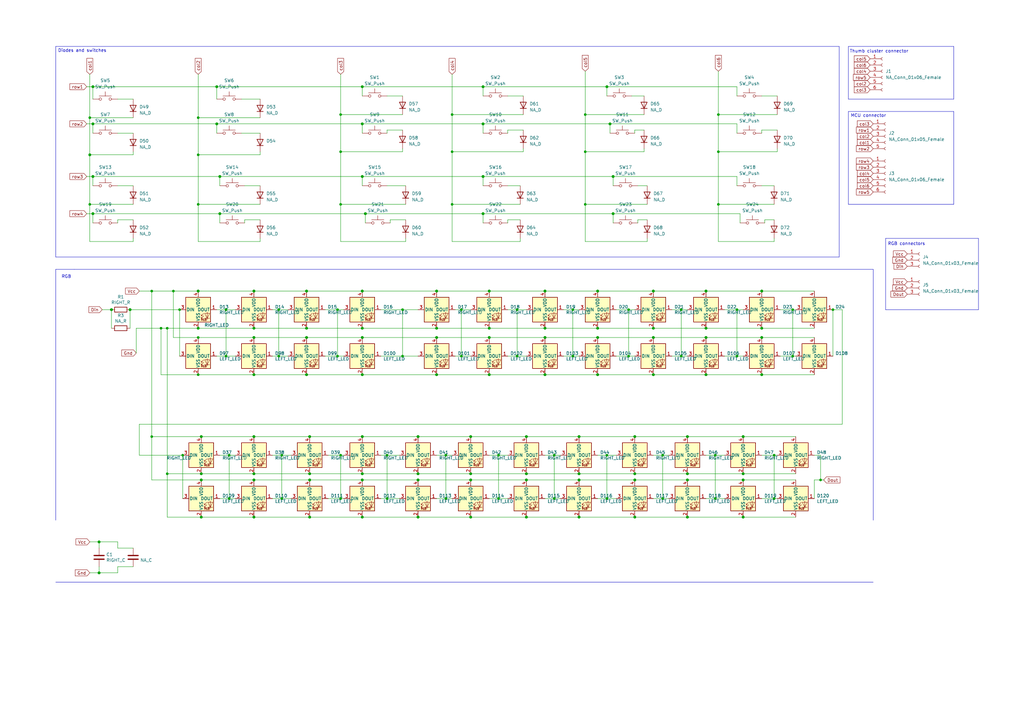
<source format=kicad_sch>
(kicad_sch (version 20231120) (generator "eeschema") (generator_version "8.0")
  (paper "A3")
  (title_block (title "flex.sch") (date "2022-02-20") (company "bastard keyboards") (comment 3 "CC BY-NC-SA 4.0") (comment 4 "Copyright Quentin Lebastard 2022"))
  (junction (at 148.59 35.56) (diameter 1.016))
  (junction (at 215.9 179.07) (diameter 1.016))
  (junction (at 271.78 186.69))
  (junction (at 227.33 186.69))
  (junction (at 158.75 204.47))
  (junction (at 189.23 146.05))
  (junction (at 279.4 127))
  (junction (at 304.8 212.09) (diameter 1.016))
  (junction (at 165.1 127))
  (junction (at 223.52 153.67) (diameter 1.016))
  (junction (at 240.03 62.23))
  (junction (at 179.07 119.38) (diameter 1.016))
  (junction (at 294.64 46.99))
  (junction (at 200.66 119.38) (diameter 1.016))
  (junction (at 198.12 87.63) (diameter 1.016))
  (junction (at 336.55 196.85))
  (junction (at 127 179.07) (diameter 1.016))
  (junction (at 88.9 35.56) (diameter 1.016))
  (junction (at 317.5 186.69))
  (junction (at 62.23 119.38))
  (junction (at 71.12 119.38))
  (junction (at 179.07 134.62) (diameter 1.016))
  (junction (at 289.56 138.43) (diameter 1.016))
  (junction (at 234.95 146.05))
  (junction (at 104.14 153.67) (diameter 1.016))
  (junction (at 82.55 194.31) (diameter 1.016))
  (junction (at 104.14 119.38) (diameter 1.016))
  (junction (at 82.55 212.09) (diameter 1.016))
  (junction (at 171.45 194.31) (diameter 1.016))
  (junction (at 215.9 194.31) (diameter 1.016))
  (junction (at 139.7 186.69))
  (junction (at 125.73 138.43) (diameter 1.016))
  (junction (at 312.42 134.62) (diameter 1.016))
  (junction (at 171.45 179.07) (diameter 1.016))
  (junction (at 293.37 204.47))
  (junction (at 148.59 72.39) (diameter 1.016))
  (junction (at 81.28 83.82))
  (junction (at 223.52 134.62) (diameter 1.016))
  (junction (at 237.49 196.85) (diameter 1.016))
  (junction (at 312.42 138.43) (diameter 1.016))
  (junction (at 139.7 204.47))
  (junction (at 138.43 146.05))
  (junction (at 223.52 138.43) (diameter 1.016))
  (junction (at 36.83 83.82))
  (junction (at 38.1 72.39) (diameter 1.016))
  (junction (at 179.07 138.43) (diameter 1.016))
  (junction (at 267.97 153.67) (diameter 1.016))
  (junction (at 204.47 186.69))
  (junction (at 36.83 48.26))
  (junction (at 212.09 127))
  (junction (at 81.28 119.38) (diameter 1.016))
  (junction (at 193.04 212.09) (diameter 1.016))
  (junction (at 73.66 127))
  (junction (at 88.9 50.8) (diameter 1.016))
  (junction (at 248.92 35.56) (diameter 1.016))
  (junction (at 148.59 153.67) (diameter 1.016))
  (junction (at 185.42 83.82))
  (junction (at 281.94 194.31) (diameter 1.016))
  (junction (at 227.33 204.47))
  (junction (at 125.73 134.62) (diameter 1.016))
  (junction (at 114.3 146.05))
  (junction (at 185.42 46.99))
  (junction (at 40.64 222.25) (diameter 1.016))
  (junction (at 304.8 196.85) (diameter 1.016))
  (junction (at 200.66 138.43) (diameter 1.016))
  (junction (at 68.58 194.31))
  (junction (at 237.49 212.09) (diameter 1.016))
  (junction (at 165.1 146.05))
  (junction (at 93.98 186.69))
  (junction (at 104.14 179.07) (diameter 1.016))
  (junction (at 289.56 134.62) (diameter 1.016))
  (junction (at 38.1 35.56) (diameter 1.016))
  (junction (at 81.28 153.67))
  (junction (at 82.55 196.85) (diameter 1.016))
  (junction (at 148.59 134.62) (diameter 1.016))
  (junction (at 82.55 179.07) (diameter 1.016))
  (junction (at 248.92 204.47))
  (junction (at 148.59 119.38) (diameter 1.016))
  (junction (at 260.35 196.85) (diameter 1.016))
  (junction (at 215.9 196.85) (diameter 1.016))
  (junction (at 148.59 196.85) (diameter 1.016))
  (junction (at 66.04 134.62))
  (junction (at 53.34 127) (diameter 1.016))
  (junction (at 38.1 50.8) (diameter 1.016))
  (junction (at 281.94 179.07) (diameter 1.016))
  (junction (at 148.59 138.43) (diameter 1.016))
  (junction (at 81.28 134.62) (diameter 1.016))
  (junction (at 245.11 134.62) (diameter 1.016))
  (junction (at 325.12 146.05))
  (junction (at 293.37 186.69))
  (junction (at 267.97 119.38) (diameter 1.016))
  (junction (at 294.64 83.82))
  (junction (at 189.23 127))
  (junction (at 237.49 194.31) (diameter 1.016))
  (junction (at 289.56 119.38) (diameter 1.016))
  (junction (at 304.8 194.31) (diameter 1.016))
  (junction (at 204.47 204.47))
  (junction (at 200.66 153.67) (diameter 1.016))
  (junction (at 248.92 186.69))
  (junction (at 234.95 127))
  (junction (at 104.14 194.31) (diameter 1.016))
  (junction (at 127 194.31) (diameter 1.016))
  (junction (at 260.35 194.31) (diameter 1.016))
  (junction (at 245.11 119.38) (diameter 1.016))
  (junction (at 139.7 62.23))
  (junction (at 198.12 72.39) (diameter 1.016))
  (junction (at 281.94 212.09) (diameter 1.016))
  (junction (at 149.86 87.63) (diameter 1.016))
  (junction (at 182.88 204.47))
  (junction (at 198.12 50.8) (diameter 1.016))
  (junction (at 251.46 87.63) (diameter 1.016))
  (junction (at 223.52 119.38) (diameter 1.016))
  (junction (at 104.14 138.43) (diameter 1.016))
  (junction (at 138.43 127))
  (junction (at 260.35 179.07) (diameter 1.016))
  (junction (at 289.56 153.67) (diameter 1.016))
  (junction (at 139.7 46.99))
  (junction (at 245.11 153.67) (diameter 1.016))
  (junction (at 148.59 50.8) (diameter 1.016))
  (junction (at 127 212.09) (diameter 1.016))
  (junction (at 68.58 134.62))
  (junction (at 115.57 204.47))
  (junction (at 125.73 153.67) (diameter 1.016))
  (junction (at 325.12 127))
  (junction (at 215.9 212.09) (diameter 1.016))
  (junction (at 125.73 119.38) (diameter 1.016))
  (junction (at 257.81 127))
  (junction (at 104.14 196.85) (diameter 1.016))
  (junction (at 179.07 153.67) (diameter 1.016))
  (junction (at 185.42 62.23))
  (junction (at 279.4 146.05))
  (junction (at 171.45 212.09) (diameter 1.016))
  (junction (at 148.59 179.07) (diameter 1.016))
  (junction (at 81.28 138.43))
  (junction (at 198.12 35.56) (diameter 1.016))
  (junction (at 139.7 83.82))
  (junction (at 251.46 72.39) (diameter 1.016))
  (junction (at 104.14 212.09) (diameter 1.016))
  (junction (at 93.98 204.47))
  (junction (at 312.42 153.67) (diameter 1.016))
  (junction (at 81.28 63.5))
  (junction (at 304.8 179.07) (diameter 1.016))
  (junction (at 127 196.85) (diameter 1.016))
  (junction (at 62.23 179.07))
  (junction (at 171.45 196.85) (diameter 1.016))
  (junction (at 294.64 62.23))
  (junction (at 193.04 194.31) (diameter 1.016))
  (junction (at 250.19 50.8) (diameter 1.016))
  (junction (at 38.1 87.63) (diameter 1.016))
  (junction (at 193.04 196.85) (diameter 1.016))
  (junction (at 240.03 46.99))
  (junction (at 115.57 186.69))
  (junction (at 317.5 204.47))
  (junction (at 81.28 48.26))
  (junction (at 267.97 134.62) (diameter 1.016))
  (junction (at 104.14 134.62) (diameter 1.016))
  (junction (at 212.09 146.05))
  (junction (at 45.72 127) (diameter 1.016))
  (junction (at 257.81 146.05))
  (junction (at 245.11 138.43) (diameter 1.016))
  (junction (at 193.04 179.07) (diameter 1.016))
  (junction (at 114.3 127))
  (junction (at 182.88 186.69))
  (junction (at 148.59 212.09) (diameter 1.016))
  (junction (at 148.59 194.31) (diameter 1.016))
  (junction (at 267.97 138.43) (diameter 1.016))
  (junction (at 36.83 63.5) (diameter 1.016))
  (junction (at 240.03 83.82))
  (junction (at 341.63 127))
  (junction (at 158.75 186.69))
  (junction (at 92.71 127))
  (junction (at 92.71 146.05))
  (junction (at 312.42 119.38) (diameter 1.016))
  (junction (at 271.78 204.47))
  (junction (at 40.64 234.95) (diameter 1.016))
  (junction (at 260.35 212.09) (diameter 1.016))
  (junction (at 90.17 72.39) (diameter 1.016))
  (junction (at 281.94 196.85) (diameter 1.016))
  (junction (at 302.26 127))
  (junction (at 74.93 186.69))
  (junction (at 90.17 87.63) (diameter 1.016))
  (junction (at 200.66 134.62) (diameter 1.016))
  (junction (at 302.26 146.05))
  (junction (at 237.49 179.07) (diameter 1.016))
  (wire (pts (xy 82.55 179.07) (xy 104.14 179.07)))
  (wire (pts (xy 148.59 138.43) (xy 179.07 138.43)))
  (wire (pts (xy 294.64 83.82) (xy 317.5 83.82)))
  (wire (pts (xy 160.02 91.44) (xy 160.02 90.17)))
  (wire (pts (xy 90.17 186.69) (xy 93.98 186.69)))
  (wire (pts (xy 88.9 146.05) (xy 92.71 146.05)))
  (wire (pts (xy 198.12 35.56) (xy 198.12 39.37)))
  (wire (pts (xy 231.14 127) (xy 234.95 127)))
  (wire (pts (xy 158.75 53.34) (xy 158.75 54.61)))
  (wire (pts (xy 294.64 29.21) (xy 294.64 46.99)))
  (wire (pts (xy 189.23 127) (xy 189.23 146.05)))
  (wire (pts (xy 257.81 127) (xy 257.81 146.05)))
  (polyline (pts (xy 401.32 97.79) (xy 401.32 127)))
  (wire (pts (xy 267.97 204.47) (xy 271.78 204.47)))
  (polyline (pts (xy 347.98 19.05) (xy 391.16 19.05)))
  (wire (pts (xy 38.1 72.39) (xy 38.1 76.2)))
  (wire (pts (xy 104.14 153.67) (xy 125.73 153.67)))
  (wire (pts (xy 208.28 39.37) (xy 214.63 39.37)))
  (wire (pts (xy 264.16 60.96) (xy 264.16 62.23)))
  (wire (pts (xy 139.7 83.82) (xy 139.7 99.06)))
  (wire (pts (xy 189.23 127) (xy 193.04 127)))
  (wire (pts (xy 223.52 204.47) (xy 227.33 204.47)))
  (polyline (pts (xy 358.14 110.49) (xy 358.14 213.36)))
  (wire (pts (xy 148.59 179.07) (xy 171.45 179.07)))
  (wire (pts (xy 148.59 72.39) (xy 148.59 76.2)))
  (wire (pts (xy 57.15 173.99) (xy 57.15 186.69)))
  (wire (pts (xy 251.46 87.63) (xy 198.12 87.63)))
  (wire (pts (xy 104.14 119.38) (xy 125.73 119.38)))
  (wire (pts (xy 48.26 90.17) (xy 54.61 90.17)))
  (wire (pts (xy 260.35 196.85) (xy 281.94 196.85)))
  (polyline (pts (xy 22.86 110.49) (xy 30.48 110.49)))
  (polyline (pts (xy 22.86 19.05) (xy 344.17 19.05)))
  (wire (pts (xy 193.04 179.07) (xy 215.9 179.07)))
  (wire (pts (xy 133.35 127) (xy 138.43 127)))
  (wire (pts (xy 185.42 62.23) (xy 214.63 62.23)))
  (wire (pts (xy 62.23 119.38) (xy 62.23 179.07)))
  (wire (pts (xy 166.37 97.79) (xy 166.37 99.06)))
  (wire (pts (xy 279.4 127) (xy 279.4 146.05)))
  (wire (pts (xy 156.21 127) (xy 165.1 127)))
  (wire (pts (xy 179.07 138.43) (xy 200.66 138.43)))
  (wire (pts (xy 40.64 234.95) (xy 40.64 232.41)))
  (wire (pts (xy 234.95 127) (xy 237.49 127)))
  (wire (pts (xy 200.66 186.69) (xy 204.47 186.69)))
  (wire (pts (xy 66.04 153.67) (xy 66.04 134.62)))
  (wire (pts (xy 261.62 76.2) (xy 265.43 76.2)))
  (wire (pts (xy 171.45 196.85) (xy 193.04 196.85)))
  (wire (pts (xy 208.28 146.05) (xy 212.09 146.05)))
  (polyline (pts (xy 363.22 97.79) (xy 363.22 127)))
  (wire (pts (xy 212.09 127) (xy 212.09 146.05)))
  (wire (pts (xy 81.28 138.43) (xy 104.14 138.43)))
  (wire (pts (xy 148.59 194.31) (xy 171.45 194.31)))
  (wire (pts (xy 55.88 134.62) (xy 66.04 134.62)))
  (wire (pts (xy 189.23 146.05) (xy 193.04 146.05)))
  (wire (pts (xy 90.17 87.63) (xy 149.86 87.63)))
  (wire (pts (xy 81.28 63.5) (xy 81.28 83.82)))
  (wire (pts (xy 312.42 134.62) (xy 334.01 134.62)))
  (wire (pts (xy 156.21 204.47) (xy 158.75 204.47)))
  (wire (pts (xy 115.57 204.47) (xy 119.38 204.47)))
  (wire (pts (xy 160.02 90.17) (xy 166.37 90.17)))
  (wire (pts (xy 139.7 46.99) (xy 139.7 62.23)))
  (wire (pts (xy 81.28 99.06) (xy 106.68 99.06)))
  (wire (pts (xy 54.61 62.23) (xy 54.61 63.5)))
  (wire (pts (xy 148.59 153.67) (xy 179.07 153.67)))
  (wire (pts (xy 156.21 146.05) (xy 165.1 146.05)))
  (wire (pts (xy 138.43 127) (xy 140.97 127)))
  (wire (pts (xy 104.14 179.07) (xy 127 179.07)))
  (wire (pts (xy 204.47 186.69) (xy 204.47 204.47)))
  (wire (pts (xy 208.28 127) (xy 212.09 127)))
  (wire (pts (xy 198.12 87.63) (xy 198.12 91.44)))
  (wire (pts (xy 88.9 50.8) (xy 148.59 50.8)))
  (wire (pts (xy 259.08 39.37) (xy 264.16 39.37)))
  (wire (pts (xy 252.73 146.05) (xy 257.81 146.05)))
  (wire (pts (xy 38.1 35.56) (xy 38.1 40.64)))
  (wire (pts (xy 204.47 186.69) (xy 208.28 186.69)))
  (wire (pts (xy 127 212.09) (xy 148.59 212.09)))
  (wire (pts (xy 223.52 134.62) (xy 245.11 134.62)))
  (wire (pts (xy 148.59 134.62) (xy 179.07 134.62)))
  (wire (pts (xy 104.14 194.31) (xy 127 194.31)))
  (wire (pts (xy 260.35 194.31) (xy 281.94 194.31)))
  (wire (pts (xy 313.69 90.17) (xy 317.5 90.17)))
  (wire (pts (xy 240.03 62.23) (xy 264.16 62.23)))
  (polyline (pts (xy 22.86 19.05) (xy 22.86 105.41)))
  (wire (pts (xy 93.98 186.69) (xy 93.98 204.47)))
  (wire (pts (xy 68.58 194.31) (xy 68.58 212.09)))
  (wire (pts (xy 345.44 173.99) (xy 57.15 173.99)))
  (wire (pts (xy 223.52 138.43) (xy 245.11 138.43)))
  (wire (pts (xy 208.28 76.2) (xy 213.36 76.2)))
  (wire (pts (xy 81.28 153.67) (xy 66.04 153.67)))
  (wire (pts (xy 111.76 204.47) (xy 115.57 204.47)))
  (wire (pts (xy 139.7 186.69) (xy 140.97 186.69)))
  (wire (pts (xy 345.44 127) (xy 345.44 173.99)))
  (wire (pts (xy 88.9 35.56) (xy 148.59 35.56)))
  (wire (pts (xy 82.55 194.31) (xy 104.14 194.31)))
  (polyline (pts (xy 391.16 83.82) (xy 347.98 83.82)))
  (wire (pts (xy 304.8 194.31) (xy 326.39 194.31)))
  (wire (pts (xy 127 196.85) (xy 148.59 196.85)))
  (wire (pts (xy 271.78 204.47) (xy 274.32 204.47)))
  (wire (pts (xy 245.11 186.69) (xy 248.92 186.69)))
  (wire (pts (xy 68.58 194.31) (xy 82.55 194.31)))
  (polyline (pts (xy 347.98 45.72) (xy 391.16 45.72)))
  (wire (pts (xy 48.26 224.79) (xy 54.61 224.79)))
  (wire (pts (xy 185.42 83.82) (xy 213.36 83.82)))
  (wire (pts (xy 302.26 146.05) (xy 304.8 146.05)))
  (wire (pts (xy 36.83 30.48) (xy 36.83 48.26)))
  (wire (pts (xy 252.73 127) (xy 257.81 127)))
  (wire (pts (xy 185.42 46.99) (xy 185.42 62.23)))
  (wire (pts (xy 104.14 212.09) (xy 127 212.09)))
  (wire (pts (xy 90.17 87.63) (xy 90.17 91.44)))
  (wire (pts (xy 148.59 35.56) (xy 148.59 39.37)))
  (wire (pts (xy 165.1 146.05) (xy 171.45 146.05)))
  (wire (pts (xy 40.64 222.25) (xy 36.83 222.25)))
  (wire (pts (xy 38.1 87.63) (xy 38.1 91.44)))
  (wire (pts (xy 208.28 90.17) (xy 213.36 90.17)))
  (wire (pts (xy 234.95 127) (xy 234.95 146.05)))
  (wire (pts (xy 179.07 134.62) (xy 200.66 134.62)))
  (wire (pts (xy 240.03 62.23) (xy 240.03 83.82)))
  (wire (pts (xy 200.66 134.62) (xy 223.52 134.62)))
  (wire (pts (xy 223.52 153.67) (xy 245.11 153.67)))
  (wire (pts (xy 294.64 62.23) (xy 318.77 62.23)))
  (wire (pts (xy 74.93 186.69) (xy 74.93 204.47)))
  (polyline (pts (xy 344.17 19.05) (xy 344.17 105.41)))
  (wire (pts (xy 71.12 138.43) (xy 71.12 119.38)))
  (wire (pts (xy 36.83 234.95) (xy 40.64 234.95)))
  (wire (pts (xy 35.56 87.63) (xy 38.1 87.63)))
  (wire (pts (xy 257.81 146.05) (xy 260.35 146.05)))
  (wire (pts (xy 57.15 186.69) (xy 74.93 186.69)))
  (wire (pts (xy 325.12 127) (xy 325.12 146.05)))
  (wire (pts (xy 293.37 186.69) (xy 297.18 186.69)))
  (wire (pts (xy 114.3 146.05) (xy 118.11 146.05)))
  (wire (pts (xy 88.9 35.56) (xy 88.9 40.64)))
  (wire (pts (xy 115.57 186.69) (xy 119.38 186.69)))
  (wire (pts (xy 185.42 99.06) (xy 213.36 99.06)))
  (wire (pts (xy 198.12 35.56) (xy 248.92 35.56)))
  (wire (pts (xy 186.69 146.05) (xy 189.23 146.05)))
  (wire (pts (xy 250.19 50.8) (xy 302.26 50.8)))
  (wire (pts (xy 289.56 138.43) (xy 312.42 138.43)))
  (wire (pts (xy 237.49 196.85) (xy 260.35 196.85)))
  (wire (pts (xy 111.76 127) (xy 114.3 127)))
  (wire (pts (xy 125.73 153.67) (xy 148.59 153.67)))
  (wire (pts (xy 245.11 134.62) (xy 267.97 134.62)))
  (wire (pts (xy 171.45 194.31) (xy 193.04 194.31)))
  (wire (pts (xy 165.1 127) (xy 165.1 146.05)))
  (wire (pts (xy 35.56 72.39) (xy 38.1 72.39)))
  (wire (pts (xy 81.28 134.62) (xy 104.14 134.62)))
  (wire (pts (xy 48.26 224.79) (xy 48.26 222.25)))
  (wire (pts (xy 111.76 186.69) (xy 115.57 186.69)))
  (wire (pts (xy 185.42 83.82) (xy 185.42 99.06)))
  (wire (pts (xy 312.42 76.2) (xy 317.5 76.2)))
  (wire (pts (xy 302.26 72.39) (xy 302.26 76.2)))
  (wire (pts (xy 215.9 212.09) (xy 237.49 212.09)))
  (wire (pts (xy 171.45 212.09) (xy 193.04 212.09)))
  (wire (pts (xy 48.26 232.41) (xy 54.61 232.41)))
  (wire (pts (xy 35.56 50.8) (xy 38.1 50.8)))
  (wire (pts (xy 248.92 204.47) (xy 252.73 204.47)))
  (wire (pts (xy 71.12 119.38) (xy 81.28 119.38)))
  (wire (pts (xy 304.8 212.09) (xy 326.39 212.09)))
  (wire (pts (xy 334.01 196.85) (xy 336.55 196.85)))
  (wire (pts (xy 294.64 83.82) (xy 294.64 99.06)))
  (wire (pts (xy 245.11 138.43) (xy 267.97 138.43)))
  (wire (pts (xy 294.64 62.23) (xy 294.64 83.82)))
  (wire (pts (xy 336.55 186.69) (xy 336.55 196.85)))
  (wire (pts (xy 114.3 127) (xy 114.3 146.05)))
  (wire (pts (xy 223.52 186.69) (xy 227.33 186.69)))
  (wire (pts (xy 156.21 186.69) (xy 158.75 186.69)))
  (wire (pts (xy 248.92 186.69) (xy 252.73 186.69)))
  (wire (pts (xy 267.97 153.67) (xy 289.56 153.67)))
  (wire (pts (xy 265.43 97.79) (xy 265.43 99.06)))
  (polyline (pts (xy 391.16 40.64) (xy 347.98 40.64)))
  (wire (pts (xy 281.94 196.85) (xy 304.8 196.85)))
  (wire (pts (xy 312.42 39.37) (xy 318.77 39.37)))
  (wire (pts (xy 139.7 99.06) (xy 166.37 99.06)))
  (wire (pts (xy 66.04 134.62) (xy 68.58 134.62)))
  (wire (pts (xy 38.1 35.56) (xy 88.9 35.56)))
  (wire (pts (xy 215.9 196.85) (xy 237.49 196.85)))
  (wire (pts (xy 193.04 196.85) (xy 215.9 196.85)))
  (wire (pts (xy 260.35 54.61) (xy 260.35 53.34)))
  (wire (pts (xy 198.12 72.39) (xy 198.12 76.2)))
  (wire (pts (xy 38.1 50.8) (xy 88.9 50.8)))
  (polyline (pts (xy 344.17 105.41) (xy 22.86 105.41)))
  (wire (pts (xy 81.28 63.5) (xy 106.68 63.5)))
  (wire (pts (xy 245.11 153.67) (xy 267.97 153.67)))
  (wire (pts (xy 240.03 99.06) (xy 265.43 99.06)))
  (wire (pts (xy 35.56 35.56) (xy 38.1 35.56)))
  (wire (pts (xy 289.56 134.62) (xy 312.42 134.62)))
  (wire (pts (xy 208.28 53.34) (xy 208.28 54.61)))
  (wire (pts (xy 204.47 204.47) (xy 208.28 204.47)))
  (wire (pts (xy 45.72 127) (xy 45.72 134.62)))
  (wire (pts (xy 275.59 127) (xy 279.4 127)))
  (wire (pts (xy 317.5 186.69) (xy 317.5 204.47)))
  (polyline (pts (xy 347.98 45.72) (xy 347.98 83.82)))
  (wire (pts (xy 245.11 204.47) (xy 248.92 204.47)))
  (polyline (pts (xy 391.16 45.72) (xy 391.16 83.82)))
  (wire (pts (xy 281.94 212.09) (xy 304.8 212.09)))
  (wire (pts (xy 271.78 186.69) (xy 274.32 186.69)))
  (wire (pts (xy 81.28 119.38) (xy 104.14 119.38)))
  (wire (pts (xy 240.03 29.21) (xy 240.03 46.99)))
  (wire (pts (xy 158.75 76.2) (xy 166.37 76.2)))
  (wire (pts (xy 55.88 134.62) (xy 55.88 144.78)))
  (wire (pts (xy 231.14 146.05) (xy 234.95 146.05)))
  (wire (pts (xy 237.49 212.09) (xy 260.35 212.09)))
  (wire (pts (xy 36.83 83.82) (xy 54.61 83.82)))
  (wire (pts (xy 185.42 46.99) (xy 214.63 46.99)))
  (wire (pts (xy 193.04 194.31) (xy 215.9 194.31)))
  (wire (pts (xy 81.28 153.67) (xy 104.14 153.67)))
  (wire (pts (xy 100.33 90.17) (xy 106.68 90.17)))
  (wire (pts (xy 320.04 146.05) (xy 325.12 146.05)))
  (wire (pts (xy 279.4 127) (xy 281.94 127)))
  (wire (pts (xy 334.01 204.47) (xy 334.01 196.85)))
  (wire (pts (xy 240.03 83.82) (xy 265.43 83.82)))
  (wire (pts (xy 182.88 186.69) (xy 182.88 204.47)))
  (wire (pts (xy 302.26 50.8) (xy 302.26 54.61)))
  (wire (pts (xy 92.71 127) (xy 92.71 146.05)))
  (wire (pts (xy 289.56 153.67) (xy 312.42 153.67)))
  (wire (pts (xy 289.56 119.38) (xy 312.42 119.38)))
  (wire (pts (xy 82.55 196.85) (xy 104.14 196.85)))
  (wire (pts (xy 48.26 234.95) (xy 48.26 232.41)))
  (wire (pts (xy 208.28 90.17) (xy 208.28 91.44)))
  (wire (pts (xy 36.83 63.5) (xy 36.83 83.82)))
  (wire (pts (xy 198.12 50.8) (xy 198.12 54.61)))
  (wire (pts (xy 237.49 179.07) (xy 260.35 179.07)))
  (wire (pts (xy 214.63 60.96) (xy 214.63 62.23)))
  (wire (pts (xy 48.26 40.64) (xy 54.61 40.64)))
  (wire (pts (xy 88.9 50.8) (xy 88.9 54.61)))
  (wire (pts (xy 139.7 204.47) (xy 140.97 204.47)))
  (wire (pts (xy 81.28 83.82) (xy 106.68 83.82)))
  (wire (pts (xy 250.19 50.8) (xy 250.19 54.61)))
  (wire (pts (xy 92.71 127) (xy 96.52 127)))
  (wire (pts (xy 267.97 119.38) (xy 289.56 119.38)))
  (wire (pts (xy 158.75 53.34) (xy 165.1 53.34)))
  (wire (pts (xy 248.92 35.56) (xy 302.26 35.56)))
  (wire (pts (xy 81.28 83.82) (xy 81.28 99.06)))
  (wire (pts (xy 93.98 186.69) (xy 96.52 186.69)))
  (wire (pts (xy 139.7 46.99) (xy 165.1 46.99)))
  (wire (pts (xy 179.07 186.69) (xy 182.88 186.69)))
  (wire (pts (xy 212.09 146.05) (xy 215.9 146.05)))
  (wire (pts (xy 149.86 87.63) (xy 149.86 91.44)))
  (wire (pts (xy 334.01 186.69) (xy 336.55 186.69)))
  (wire (pts (xy 88.9 127) (xy 92.71 127)))
  (wire (pts (xy 261.62 90.17) (xy 261.62 91.44)))
  (wire (pts (xy 200.66 153.67) (xy 223.52 153.67)))
  (wire (pts (xy 294.64 99.06) (xy 317.5 99.06)))
  (wire (pts (xy 312.42 186.69) (xy 317.5 186.69)))
  (wire (pts (xy 294.64 46.99) (xy 294.64 62.23)))
  (wire (pts (xy 267.97 186.69) (xy 271.78 186.69)))
  (wire (pts (xy 289.56 186.69) (xy 293.37 186.69)))
  (wire (pts (xy 317.5 186.69) (xy 318.77 186.69)))
  (wire (pts (xy 267.97 134.62) (xy 289.56 134.62)))
  (wire (pts (xy 234.95 146.05) (xy 237.49 146.05)))
  (wire (pts (xy 245.11 119.38) (xy 267.97 119.38)))
  (wire (pts (xy 36.83 83.82) (xy 36.83 99.06)))
  (wire (pts (xy 53.34 127) (xy 53.34 134.62)))
  (wire (pts (xy 317.5 97.79) (xy 317.5 99.06)))
  (wire (pts (xy 227.33 186.69) (xy 227.33 204.47)))
  (wire (pts (xy 227.33 186.69) (xy 229.87 186.69)))
  (wire (pts (xy 275.59 146.05) (xy 279.4 146.05)))
  (wire (pts (xy 179.07 153.67) (xy 200.66 153.67)))
  (wire (pts (xy 99.06 40.64) (xy 106.68 40.64)))
  (wire (pts (xy 36.83 48.26) (xy 36.83 63.5)))
  (wire (pts (xy 325.12 146.05) (xy 326.39 146.05)))
  (wire (pts (xy 40.64 224.79) (xy 40.64 222.25)))
  (wire (pts (xy 313.69 91.44) (xy 313.69 90.17)))
  (wire (pts (xy 139.7 62.23) (xy 139.7 83.82)))
  (wire (pts (xy 62.23 179.07) (xy 62.23 196.85)))
  (wire (pts (xy 251.46 87.63) (xy 303.53 87.63)))
  (wire (pts (xy 304.8 179.07) (xy 326.39 179.07)))
  (wire (pts (xy 158.75 186.69) (xy 158.75 204.47)))
  (wire (pts (xy 106.68 62.23) (xy 106.68 63.5)))
  (wire (pts (xy 38.1 72.39) (xy 90.17 72.39)))
  (wire (pts (xy 165.1 127) (xy 171.45 127)))
  (wire (pts (xy 182.88 186.69) (xy 185.42 186.69)))
  (wire (pts (xy 182.88 204.47) (xy 185.42 204.47)))
  (wire (pts (xy 251.46 91.44) (xy 251.46 87.63)))
  (wire (pts (xy 40.64 234.95) (xy 48.26 234.95)))
  (wire (pts (xy 100.33 76.2) (xy 106.68 76.2)))
  (wire (pts (xy 260.35 53.34) (xy 264.16 53.34)))
  (wire (pts (xy 302.26 127) (xy 304.8 127)))
  (wire (pts (xy 68.58 134.62) (xy 68.58 194.31)))
  (wire (pts (xy 133.35 146.05) (xy 138.43 146.05)))
  (wire (pts (xy 104.14 196.85) (xy 127 196.85)))
  (wire (pts (xy 257.81 127) (xy 260.35 127)))
  (wire (pts (xy 125.73 138.43) (xy 148.59 138.43)))
  (wire (pts (xy 48.26 54.61) (xy 54.61 54.61)))
  (wire (pts (xy 179.07 204.47) (xy 182.88 204.47)))
  (wire (pts (xy 302.26 35.56) (xy 302.26 39.37)))
  (wire (pts (xy 148.59 35.56) (xy 198.12 35.56)))
  (wire (pts (xy 213.36 97.79) (xy 213.36 99.06)))
  (wire (pts (xy 148.59 72.39) (xy 198.12 72.39)))
  (wire (pts (xy 165.1 60.96) (xy 165.1 62.23)))
  (wire (pts (xy 104.14 138.43) (xy 125.73 138.43)))
  (wire (pts (xy 312.42 53.34) (xy 312.42 54.61)))
  (wire (pts (xy 179.07 119.38) (xy 200.66 119.38)))
  (wire (pts (xy 68.58 212.09) (xy 82.55 212.09)))
  (wire (pts (xy 148.59 50.8) (xy 198.12 50.8)))
  (wire (pts (xy 193.04 212.09) (xy 215.9 212.09)))
  (wire (pts (xy 336.55 196.85) (xy 337.82 196.85)))
  (wire (pts (xy 240.03 46.99) (xy 240.03 62.23)))
  (wire (pts (xy 185.42 62.23) (xy 185.42 83.82)))
  (wire (pts (xy 267.97 138.43) (xy 289.56 138.43)))
  (wire (pts (xy 237.49 194.31) (xy 260.35 194.31)))
  (wire (pts (xy 125.73 119.38) (xy 148.59 119.38)))
  (wire (pts (xy 312.42 204.47) (xy 317.5 204.47)))
  (wire (pts (xy 186.69 127) (xy 189.23 127)))
  (wire (pts (xy 198.12 72.39) (xy 251.46 72.39)))
  (wire (pts (xy 93.98 204.47) (xy 96.52 204.47)))
  (wire (pts (xy 148.59 50.8) (xy 148.59 54.61)))
  (wire (pts (xy 289.56 204.47) (xy 293.37 204.47)))
  (wire (pts (xy 215.9 194.31) (xy 237.49 194.31)))
  (wire (pts (xy 240.03 46.99) (xy 264.16 46.99)))
  (wire (pts (xy 261.62 90.17) (xy 265.43 90.17)))
  (wire (pts (xy 271.78 186.69) (xy 271.78 204.47)))
  (wire (pts (xy 90.17 72.39) (xy 90.17 76.2)))
  (wire (pts (xy 90.17 72.39) (xy 148.59 72.39)))
  (wire (pts (xy 73.66 127) (xy 73.66 146.05)))
  (wire (pts (xy 148.59 212.09) (xy 171.45 212.09)))
  (polyline (pts (xy 22.86 213.36) (xy 22.86 110.49)))
  (wire (pts (xy 68.58 134.62) (xy 81.28 134.62)))
  (wire (pts (xy 90.17 204.47) (xy 93.98 204.47)))
  (wire (pts (xy 281.94 194.31) (xy 304.8 194.31)))
  (wire (pts (xy 297.18 146.05) (xy 302.26 146.05)))
  (wire (pts (xy 62.23 119.38) (xy 71.12 119.38)))
  (wire (pts (xy 341.63 127) (xy 345.44 127)))
  (wire (pts (xy 99.06 54.61) (xy 106.68 54.61)))
  (wire (pts (xy 139.7 62.23) (xy 165.1 62.23)))
  (wire (pts (xy 125.73 134.62) (xy 148.59 134.62)))
  (wire (pts (xy 148.59 196.85) (xy 171.45 196.85)))
  (wire (pts (xy 302.26 127) (xy 302.26 146.05)))
  (wire (pts (xy 341.63 127) (xy 341.63 146.05)))
  (wire (pts (xy 106.68 97.79) (xy 106.68 99.06)))
  (wire (pts (xy 293.37 204.47) (xy 297.18 204.47)))
  (wire (pts (xy 304.8 196.85) (xy 326.39 196.85)))
  (wire (pts (xy 81.28 48.26) (xy 81.28 63.5)))
  (wire (pts (xy 115.57 186.69) (xy 115.57 204.47)))
  (wire (pts (xy 48.26 76.2) (xy 54.61 76.2)))
  (wire (pts (xy 36.83 48.26) (xy 54.61 48.26)))
  (polyline (pts (xy 391.16 19.05) (xy 391.16 40.64)))
  (wire (pts (xy 312.42 53.34) (xy 318.77 53.34)))
  (wire (pts (xy 320.04 127) (xy 325.12 127)))
  (wire (pts (xy 139.7 186.69) (xy 139.7 204.47)))
  (polyline (pts (xy 358.14 238.76) (xy 22.86 238.76)))
  (wire (pts (xy 53.34 127) (xy 73.66 127)))
  (wire (pts (xy 48.26 90.17) (xy 48.26 91.44)))
  (wire (pts (xy 293.37 186.69) (xy 293.37 204.47)))
  (wire (pts (xy 240.03 83.82) (xy 240.03 99.06)))
  (polyline (pts (xy 363.22 97.79) (xy 401.32 97.79)))
  (wire (pts (xy 171.45 179.07) (xy 193.04 179.07)))
  (wire (pts (xy 260.35 212.09) (xy 281.94 212.09)))
  (wire (pts (xy 100.33 90.17) (xy 100.33 91.44)))
  (wire (pts (xy 111.76 146.05) (xy 114.3 146.05)))
  (wire (pts (xy 223.52 119.38) (xy 245.11 119.38)))
  (wire (pts (xy 297.18 127) (xy 302.26 127)))
  (wire (pts (xy 158.75 39.37) (xy 165.1 39.37)))
  (wire (pts (xy 139.7 83.82) (xy 166.37 83.82)))
  (wire (pts (xy 36.83 99.06) (xy 54.61 99.06)))
  (wire (pts (xy 81.28 138.43) (xy 71.12 138.43)))
  (wire (pts (xy 200.66 204.47) (xy 204.47 204.47)))
  (wire (pts (xy 325.12 127) (xy 326.39 127)))
  (polyline (pts (xy 30.48 110.49) (xy 358.14 110.49)))
  (wire (pts (xy 158.75 204.47) (xy 163.83 204.47)))
  (wire (pts (xy 148.59 119.38) (xy 179.07 119.38)))
  (wire (pts (xy 54.61 97.79) (xy 54.61 99.06)))
  (wire (pts (xy 303.53 87.63) (xy 303.53 91.44)))
  (wire (pts (xy 38.1 87.63) (xy 90.17 87.63)))
  (wire (pts (xy 82.55 212.09) (xy 104.14 212.09)))
  (wire (pts (xy 92.71 146.05) (xy 96.52 146.05)))
  (wire (pts (xy 114.3 127) (xy 118.11 127)))
  (wire (pts (xy 212.09 127) (xy 215.9 127)))
  (wire (pts (xy 139.7 30.48) (xy 139.7 46.99)))
  (wire (pts (xy 312.42 119.38) (xy 334.01 119.38)))
  (wire (pts (xy 138.43 146.05) (xy 140.97 146.05)))
  (wire (pts (xy 81.28 30.48) (xy 81.28 48.26)))
  (wire (pts (xy 134.62 186.69) (xy 139.7 186.69)))
  (wire (pts (xy 200.66 138.43) (xy 223.52 138.43)))
  (polyline (pts (xy 347.98 19.05) (xy 347.98 40.64)))
  (wire (pts (xy 198.12 50.8) (xy 250.19 50.8)))
  (wire (pts (xy 312.42 153.67) (xy 334.01 153.67)))
  (wire (pts (xy 41.91 127) (xy 45.72 127)))
  (wire (pts (xy 48.26 222.25) (xy 40.64 222.25)))
  (wire (pts (xy 127 194.31) (xy 148.59 194.31)))
  (wire (pts (xy 294.64 46.99) (xy 318.77 46.99)))
  (wire (pts (xy 38.1 50.8) (xy 38.1 54.61)))
  (wire (pts (xy 127 179.07) (xy 148.59 179.07)))
  (wire (pts (xy 57.15 119.38) (xy 62.23 119.38)))
  (wire (pts (xy 81.28 48.26) (xy 106.68 48.26)))
  (wire (pts (xy 312.42 138.43) (xy 334.01 138.43)))
  (wire (pts (xy 251.46 72.39) (xy 251.46 76.2)))
  (wire (pts (xy 185.42 30.48) (xy 185.42 46.99)))
  (wire (pts (xy 279.4 146.05) (xy 281.94 146.05)))
  (polyline (pts (xy 401.32 127) (xy 363.22 127)))
  (wire (pts (xy 251.46 72.39) (xy 302.26 72.39)))
  (wire (pts (xy 62.23 179.07) (xy 82.55 179.07)))
  (wire (pts (xy 317.5 204.47) (xy 318.77 204.47)))
  (wire (pts (xy 227.33 204.47) (xy 229.87 204.47)))
  (wire (pts (xy 149.86 87.63) (xy 198.12 87.63)))
  (wire (pts (xy 200.66 119.38) (xy 223.52 119.38)))
  (wire (pts (xy 281.94 179.07) (xy 304.8 179.07)))
  (wire (pts (xy 215.9 179.07) (xy 237.49 179.07)))
  (wire (pts (xy 134.62 204.47) (xy 139.7 204.47)))
  (wire (pts (xy 318.77 60.96) (xy 318.77 62.23)))
  (wire (pts (xy 260.35 179.07) (xy 281.94 179.07)))
  (wire (pts (xy 208.28 53.34) (xy 214.63 53.34)))
  (wire (pts (xy 248.92 39.37) (xy 248.92 35.56)))
  (wire (pts (xy 104.14 134.62) (xy 125.73 134.62)))
  (wire (pts (xy 248.92 186.69) (xy 248.92 204.47)))
  (wire (pts (xy 62.23 196.85) (xy 82.55 196.85)))
  (wire (pts (xy 158.75 186.69) (xy 163.83 186.69)))
  (wire (pts (xy 36.83 63.5) (xy 54.61 63.5)))
  (wire (pts (xy 138.43 127) (xy 138.43 146.05)))
  (text "Diodes and switches" (at 43.688 21.59 0) (effects (font (size 1.27 1.27)) (justify right bottom)))
  (text "RGB" (at 29.21 114.3 0) (effects (font (size 1.27 1.27)) (justify right bottom)))
  (text "MCU connector" (at 363.474 48.26 0) (effects (font (size 1.27 1.27)) (justify right bottom)))
  (text "Thumb cluster connector" (at 372.618 21.844 0) (effects (font (size 1.27 1.27)) (justify right bottom)))
  (text "This work is licensed under a Creative Commons Attribution-NonCommercial-ShareAlike 4.0 International License." (at 429.26 378.46 0) (effects (font (size 1.27 1.27)) (justify left bottom)))
  (text "RGB connectors" (at 379.476 100.838 0) (effects (font (size 1.27 1.27)) (justify right bottom)))
  (global_label "Din" (shape input) (at 41.91 127 180) (property "Intersheetrefs" "${INTERSHEET_REFS}" (effects (hide yes))))
  (global_label "col6" (shape input) (at 358.14 76.2 180) (property "Intersheetrefs" "${INTERSHEET_REFS}" (effects (hide yes))))
  (global_label "col5" (shape input) (at 358.14 73.66 180) (property "Intersheetrefs" "${INTERSHEET_REFS}" (effects (hide yes))))
  (global_label "col2" (shape input) (at 356.87 34.29 180) (property "Intersheetrefs" "${INTERSHEET_REFS}" (effects (hide yes))))
  (global_label "Din" (shape input) (at 372.11 109.22 180) (property "Intersheetrefs" "${INTERSHEET_REFS}" (effects (hide yes))))
  (global_label "col5" (shape input) (at 240.03 29.21 90) (property "Intersheetrefs" "${INTERSHEET_REFS}" (effects (hide yes))))
  (global_label "Dout" (shape input) (at 337.82 196.85 0) (property "Intersheetrefs" "${INTERSHEET_REFS}" (effects (hide yes))))
  (global_label "col3" (shape input) (at 139.7 30.48 90) (property "Intersheetrefs" "${INTERSHEET_REFS}" (effects (hide yes))))
  (global_label "row3" (shape input) (at 358.14 68.58 180) (property "Intersheetrefs" "${INTERSHEET_REFS}" (effects (hide yes))))
  (global_label "Vcc" (shape input) (at 57.15 119.38 180) (property "Intersheetrefs" "${INTERSHEET_REFS}" (effects (hide yes))))
  (global_label "Gnd" (shape input) (at 372.11 106.68 180) (property "Intersheetrefs" "${INTERSHEET_REFS}" (effects (hide yes))))
  (global_label "row5" (shape input) (at 356.87 31.75 180) (property "Intersheetrefs" "${INTERSHEET_REFS}" (effects (hide yes))))
  (global_label "col2" (shape input) (at 358.14 55.88 180) (property "Intersheetrefs" "${INTERSHEET_REFS}" (effects (hide yes))))
  (global_label "row3" (shape input) (at 35.56 72.39 180) (property "Intersheetrefs" "${INTERSHEET_REFS}" (effects (hide yes))))
  (global_label "Gnd" (shape input) (at 55.88 144.78 180) (property "Intersheetrefs" "${INTERSHEET_REFS}" (effects (hide yes))))
  (global_label "col4" (shape input) (at 356.87 29.21 180) (property "Intersheetrefs" "${INTERSHEET_REFS}" (effects (hide yes))))
  (global_label "col3" (shape input) (at 356.87 36.83 180) (property "Intersheetrefs" "${INTERSHEET_REFS}" (effects (hide yes))))
  (global_label "col4" (shape input) (at 185.42 30.48 90) (property "Intersheetrefs" "${INTERSHEET_REFS}" (effects (hide yes))))
  (global_label "row5" (shape input) (at 358.14 78.74 180) (property "Intersheetrefs" "${INTERSHEET_REFS}" (effects (hide yes))))
  (global_label "row1" (shape input) (at 358.14 53.34 180) (property "Intersheetrefs" "${INTERSHEET_REFS}" (effects (hide yes))))
  (global_label "row4" (shape input) (at 358.14 66.04 180) (property "Intersheetrefs" "${INTERSHEET_REFS}" (effects (hide yes))))
  (global_label "Vcc" (shape input) (at 36.83 222.25 180) (property "Intersheetrefs" "${INTERSHEET_REFS}" (effects (hide yes))))
  (global_label "row2" (shape input) (at 358.14 60.96 180) (property "Intersheetrefs" "${INTERSHEET_REFS}" (effects (hide yes))))
  (global_label "col1" (shape input) (at 358.14 58.42 180) (property "Intersheetrefs" "${INTERSHEET_REFS}" (effects (hide yes))))
  (global_label "col6" (shape input) (at 356.87 26.67 180) (property "Intersheetrefs" "${INTERSHEET_REFS}" (effects (hide yes))))
  (global_label "col6" (shape input) (at 294.64 29.21 90) (property "Intersheetrefs" "${INTERSHEET_REFS}" (effects (hide yes))))
  (global_label "col3" (shape input) (at 358.14 50.8 180) (property "Intersheetrefs" "${INTERSHEET_REFS}" (effects (hide yes))))
  (global_label "row4" (shape input) (at 35.56 87.63 180) (property "Intersheetrefs" "${INTERSHEET_REFS}" (effects (hide yes))))
  (global_label "Gnd" (shape input) (at 372.11 118.11 180) (property "Intersheetrefs" "${INTERSHEET_REFS}" (effects (hide yes))))
  (global_label "row1" (shape input) (at 35.56 35.56 180) (property "Intersheetrefs" "${INTERSHEET_REFS}" (effects (hide yes))))
  (global_label "Gnd" (shape input) (at 36.83 234.95 180) (property "Intersheetrefs" "${INTERSHEET_REFS}" (effects (hide yes))))
  (global_label "row2" (shape input) (at 35.56 50.8 180) (property "Intersheetrefs" "${INTERSHEET_REFS}" (effects (hide yes))))
  (global_label "Vcc" (shape input) (at 372.11 115.57 180) (property "Intersheetrefs" "${INTERSHEET_REFS}" (effects (hide yes))))
  (global_label "col1" (shape input) (at 36.83 30.48 90) (property "Intersheetrefs" "${INTERSHEET_REFS}" (effects (hide yes))))
  (global_label "Dout" (shape input) (at 372.11 120.65 180) (property "Intersheetrefs" "${INTERSHEET_REFS}" (effects (hide yes))))
  (global_label "col5" (shape input) (at 356.87 24.13 180) (property "Intersheetrefs" "${INTERSHEET_REFS}" (effects (hide yes))))
  (global_label "col2" (shape input) (at 81.28 30.48 90) (property "Intersheetrefs" "${INTERSHEET_REFS}" (effects (hide yes))))
  (global_label "col4" (shape input) (at 358.14 71.12 180) (property "Intersheetrefs" "${INTERSHEET_REFS}" (effects (hide yes))))
  (global_label "Vcc" (shape input) (at 372.11 104.14 180) (property "Intersheetrefs" "${INTERSHEET_REFS}" (effects (hide yes))))
  (symbol (lib_id "Device:C") (at 40.64 228.6 0) (unit 1)
    (property "Reference" "C1" (at 43.5611 227.4506 0) (effects (justify left)))
    (property "Value" "RIGHT_C" (at 43.5611 229.7493 0) (effects (justify left)))
    (property "Footprint" "libs:D_0402" (effects (hide yes)))
  )
  (symbol (lib_id "LED:SK6812MINI") (at 148.59 204.47 0) (unit 1)
    (property "Reference" "D112" (at 157.2261 203.3206 0) (effects (justify left)))
    (property "Value" "LEFT_LED" (at 157.2261 205.6193 0) (effects (justify left)))
    (property "Footprint" "libs:SK6812_mini_e_corners_noedgecuts" (effects (hide yes)))
    (property "Datasheet" "https://cdn-shop.adafruit.com/product-files/2686/SK6812MINI_REV.01-1-2.pdf" (effects (hide yes)))
  )
  (symbol (lib_id "Switch:SW_Push") (at 43.18 54.61 0) (unit 1) (in_bom no)
    (property "Reference" "SW7" (at 43.18 46.99 0))
    (property "Value" "SW_Push" (at 43.18 49.53 0))
    (property "Footprint" "custom:SW_MX_reversible" (effects (hide yes)))
  )
  (symbol (lib_id "LED:SK6812MINI") (at 193.04 204.47 0) (unit 1)
    (property "Reference" "D114" (at 201.6761 203.3206 0) (effects (justify left)))
    (property "Value" "LEFT_LED" (at 201.6761 205.6193 0) (effects (justify left)))
    (property "Footprint" "libs:SK6812_mini_e_corners_noedgecuts" (effects (hide yes)))
    (property "Datasheet" "https://cdn-shop.adafruit.com/product-files/2686/SK6812MINI_REV.01-1-2.pdf" (effects (hide yes)))
  )
  (symbol (lib_id "Switch:SW_Push") (at 256.54 91.44 0) (unit 1) (in_bom no)
    (property "Reference" "SW23" (at 256.54 83.82 0))
    (property "Value" "SW_Push" (at 256.54 86.36 0))
    (property "Footprint" "custom:SW_MX_reversible" (effects (hide yes)))
  )
  (symbol (lib_id "LED:SK6812MINI") (at 267.97 127 0) (unit 1)
    (property "Reference" "D21" (at 276.6061 125.8506 0) (effects (justify left)))
    (property "Value" "RIGHT_LED" (at 276.6061 128.1493 0) (effects (justify left)))
    (property "Footprint" "libs:SK6812_mini_e_corners" (effects (hide yes)))
    (property "Datasheet" "https://cdn-shop.adafruit.com/product-files/2686/SK6812MINI_REV.01-1-2.pdf" (effects (hide yes)))
  )
  (symbol (lib_id "LED:SK6812MINI") (at 148.59 186.69 0) (unit 1)
    (property "Reference" "D40" (at 157.2261 185.5406 0) (effects (justify left)))
    (property "Value" "RIGHT_LED" (at 157.2261 187.8393 0) (effects (justify left)))
    (property "Footprint" "libs:SK6812_mini_e_corners" (effects (hide yes)))
    (property "Datasheet" "https://cdn-shop.adafruit.com/product-files/2686/SK6812MINI_REV.01-1-2.pdf" (effects (hide yes)))
  )
  (symbol (lib_id "LED:SK6812MINI") (at 81.28 127 0) (unit 1)
    (property "Reference" "D13" (at 89.9161 125.8506 0) (effects (justify left)))
    (property "Value" "RIGHT_LED" (at 89.9161 128.1493 0) (effects (justify left)))
    (property "Footprint" "libs:SK6812_mini_e_corners" (effects (hide yes)))
    (property "Datasheet" "https://cdn-shop.adafruit.com/product-files/2686/SK6812MINI_REV.01-1-2.pdf" (effects (hide yes)))
  )
  (symbol (lib_id "Diode:1N4148") (at 214.63 43.18 90) (unit 1) (in_bom no)
    (property "Reference" "D61" (at 217.17 42.545 90) (effects (justify right)))
    (property "Value" "NA_D" (at 217.17 45.085 90) (effects (justify right)))
    (property "Footprint" "custom:Diode_TH_SOD123" (effects (hide yes)))
    (property "Datasheet" "https://assets.nexperia.com/documents/data-sheet/1N4148_1N4448.pdf" (effects (hide yes)))
    (property "Sim.Device" "D" (effects (hide yes)))
    (property "Sim.Pins" "1=K 2=A" (effects (hide yes)))
  )
  (symbol (lib_id "LED:SK6812MINI") (at 312.42 127 0) (unit 1)
    (property "Reference" "D23" (at 321.0561 125.8506 0) (effects (justify left)))
    (property "Value" "RIGHT_LED" (at 321.0561 128.1493 0) (effects (justify left)))
    (property "Footprint" "libs:SK6812_mini_e_corners" (effects (hide yes)))
    (property "Datasheet" "https://cdn-shop.adafruit.com/product-files/2686/SK6812MINI_REV.01-1-2.pdf" (effects (hide yes)))
  )
  (symbol (lib_id "LED:SK6812MINI") (at 289.56 146.05 0) (unit 1)
    (property "Reference" "D106" (at 298.1961 144.9006 0) (effects (justify left)))
    (property "Value" "LEFT_LED" (at 298.1961 147.1993 0) (effects (justify left)))
    (property "Footprint" "libs:SK6812_mini_e_corners_noedgecuts" (effects (hide yes)))
    (property "Datasheet" "https://cdn-shop.adafruit.com/product-files/2686/SK6812MINI_REV.01-1-2.pdf" (effects (hide yes)))
  )
  (symbol (lib_id "LED:SK6812MINI") (at 223.52 127 0) (unit 1)
    (property "Reference" "D19" (at 232.1561 125.8506 0) (effects (justify left)))
    (property "Value" "RIGHT_LED" (at 232.1561 128.1493 0) (effects (justify left)))
    (property "Footprint" "libs:SK6812_mini_e_corners" (effects (hide yes)))
    (property "Datasheet" "https://cdn-shop.adafruit.com/product-files/2686/SK6812MINI_REV.01-1-2.pdf" (effects (hide yes)))
  )
  (symbol (lib_id "LED:SK6812MINI") (at 82.55 186.69 0) (unit 1)
    (property "Reference" "D37" (at 91.1861 185.5406 0) (effects (justify left)))
    (property "Value" "RIGHT_LED" (at 91.1861 187.8393 0) (effects (justify left)))
    (property "Footprint" "libs:SK6812_mini_e_corners" (effects (hide yes)))
    (property "Datasheet" "https://cdn-shop.adafruit.com/product-files/2686/SK6812MINI_REV.01-1-2.pdf" (effects (hide yes)))
  )
  (symbol (lib_id "Switch:SW_Push") (at 93.98 40.64 0) (unit 1) (in_bom no)
    (property "Reference" "SW6" (at 93.98 33.02 0))
    (property "Value" "SW_Push" (at 93.98 35.56 0))
    (property "Footprint" "custom:SW_MX_reversible" (effects (hide yes)))
  )
  (symbol (lib_id "LED:SK6812MINI") (at 104.14 186.69 0) (unit 1)
    (property "Reference" "D38" (at 112.7761 185.5406 0) (effects (justify left)))
    (property "Value" "RIGHT_LED" (at 112.7761 187.8393 0) (effects (justify left)))
    (property "Footprint" "libs:SK6812_mini_e_corners" (effects (hide yes)))
    (property "Datasheet" "https://cdn-shop.adafruit.com/product-files/2686/SK6812MINI_REV.01-1-2.pdf" (effects (hide yes)))
  )
  (symbol (lib_id "LED:SK6812MINI") (at 289.56 127 0) (unit 1)
    (property "Reference" "D22" (at 298.1961 125.8506 0) (effects (justify left)))
    (property "Value" "RIGHT_LED" (at 298.1961 128.1493 0) (effects (justify left)))
    (property "Footprint" "libs:SK6812_mini_e_corners" (effects (hide yes)))
    (property "Datasheet" "https://cdn-shop.adafruit.com/product-files/2686/SK6812MINI_REV.01-1-2.pdf" (effects (hide yes)))
  )
  (symbol (lib_id "Switch:SW_Push") (at 153.67 76.2 0) (unit 1) (in_bom no)
    (property "Reference" "SW15" (at 153.67 68.58 0))
    (property "Value" "SW_Push" (at 153.67 71.12 0))
    (property "Footprint" "custom:SW_MX_reversible" (effects (hide yes)))
  )
  (symbol (lib_id "Diode:1N4148") (at 106.68 93.98 90) (unit 1) (in_bom no)
    (property "Reference" "D56" (at 109.22 93.345 90) (effects (justify right)))
    (property "Value" "NA_D" (at 109.22 95.885 90) (effects (justify right)))
    (property "Footprint" "custom:Diode_TH_SOD123" (effects (hide yes)))
    (property "Datasheet" "https://assets.nexperia.com/documents/data-sheet/1N4148_1N4448.pdf" (effects (hide yes)))
    (property "Sim.Device" "D" (effects (hide yes)))
    (property "Sim.Pins" "1=K 2=A" (effects (hide yes)))
  )
  (symbol (lib_id "Diode:1N4148") (at 264.16 57.15 90) (unit 1) (in_bom no)
    (property "Reference" "D66" (at 266.7 56.515 90) (effects (justify right)))
    (property "Value" "NA_D" (at 266.7 59.055 90) (effects (justify right)))
    (property "Footprint" "custom:Diode_TH_SOD123" (effects (hide yes)))
    (property "Datasheet" "https://assets.nexperia.com/documents/data-sheet/1N4148_1N4448.pdf" (effects (hide yes)))
    (property "Sim.Device" "D" (effects (hide yes)))
    (property "Sim.Pins" "1=K 2=A" (effects (hide yes)))
  )
  (symbol (lib_id "Switch:SW_Push") (at 154.94 91.44 0) (unit 1) (in_bom no)
    (property "Reference" "SW21" (at 154.94 83.82 0))
    (property "Value" "SW_Push" (at 154.94 86.36 0))
    (property "Footprint" "custom:SW_MX_reversible" (effects (hide yes)))
  )
  (symbol (lib_id "LED:SK6812MINI") (at 312.42 146.05 0) (unit 1)
    (property "Reference" "D107" (at 321.0561 144.9006 0) (effects (justify left)))
    (property "Value" "LEFT_LED" (at 321.0561 147.1993 0) (effects (justify left)))
    (property "Footprint" "libs:SK6812_mini_e_corners_noedgecuts" (effects (hide yes)))
    (property "Datasheet" "https://cdn-shop.adafruit.com/product-files/2686/SK6812MINI_REV.01-1-2.pdf" (effects (hide yes)))
  )
  (symbol (lib_id "Diode:1N4148") (at 106.68 80.01 90) (unit 1) (in_bom no)
    (property "Reference" "D55" (at 109.22 79.375 90) (effects (justify right)))
    (property "Value" "NA_D" (at 109.22 81.915 90) (effects (justify right)))
    (property "Footprint" "custom:Diode_TH_SOD123" (effects (hide yes)))
    (property "Datasheet" "https://assets.nexperia.com/documents/data-sheet/1N4148_1N4448.pdf" (effects (hide yes)))
    (property "Sim.Device" "D" (effects (hide yes)))
    (property "Sim.Pins" "1=K 2=A" (effects (hide yes)))
  )
  (symbol (lib_id "Diode:1N4148") (at 265.43 80.01 90) (unit 1) (in_bom no)
    (property "Reference" "D67" (at 267.97 79.375 90) (effects (justify right)))
    (property "Value" "NA_D" (at 267.97 81.915 90) (effects (justify right)))
    (property "Footprint" "custom:Diode_TH_SOD123" (effects (hide yes)))
    (property "Datasheet" "https://assets.nexperia.com/documents/data-sheet/1N4148_1N4448.pdf" (effects (hide yes)))
    (property "Sim.Device" "D" (effects (hide yes)))
    (property "Sim.Pins" "1=K 2=A" (effects (hide yes)))
  )
  (symbol (lib_id "Switch:SW_Push") (at 95.25 91.44 0) (unit 1) (in_bom no)
    (property "Reference" "SW20" (at 95.25 83.82 0))
    (property "Value" "SW_Push" (at 95.25 86.36 0))
    (property "Footprint" "custom:SW_MX_reversible" (effects (hide yes)))
  )
  (symbol (lib_id "Diode:1N4148") (at 265.43 93.98 90) (unit 1) (in_bom no)
    (property "Reference" "D68" (at 267.97 93.345 90) (effects (justify right)))
    (property "Value" "NA_D" (at 267.97 95.885 90) (effects (justify right)))
    (property "Footprint" "custom:Diode_TH_SOD123" (effects (hide yes)))
    (property "Datasheet" "https://assets.nexperia.com/documents/data-sheet/1N4148_1N4448.pdf" (effects (hide yes)))
    (property "Sim.Device" "D" (effects (hide yes)))
    (property "Sim.Pins" "1=K 2=A" (effects (hide yes)))
  )
  (symbol (lib_id "Connector:Conn_01x03_Female") (at 377.19 118.11 0) (unit 1) (in_bom no)
    (property "Reference" "J5" (at 378.46 116.84 0) (effects (justify left)))
    (property "Value" "NA_Conn_01x03_Female" (at 378.46 119.38 0) (effects (justify left)))
    (property "Footprint" "Connector_PinHeader_2.54mm:PinHeader_1x03_P2.54mm_Vertical" (effects (hide yes)))
  )
  (symbol (lib_id "LED:SK6812MINI") (at 127 186.69 0) (unit 1)
    (property "Reference" "D39" (at 135.6361 185.5406 0) (effects (justify left)))
    (property "Value" "RIGHT_LED" (at 135.6361 187.8393 0) (effects (justify left)))
    (property "Footprint" "libs:SK6812_mini_e_corners" (effects (hide yes)))
    (property "Datasheet" "https://cdn-shop.adafruit.com/product-files/2686/SK6812MINI_REV.01-1-2.pdf" (effects (hide yes)))
  )
  (symbol (lib_id "Switch:SW_Push") (at 93.98 54.61 0) (unit 1) (in_bom no)
    (property "Reference" "SW8" (at 93.98 46.99 0))
    (property "Value" "SW_Push" (at 93.98 49.53 0))
    (property "Footprint" "custom:SW_MX_reversible" (effects (hide yes)))
  )
  (symbol (lib_id "Switch:SW_Push") (at 43.18 40.64 0) (unit 1) (in_bom no)
    (property "Reference" "SW5" (at 43.18 33.02 0))
    (property "Value" "SW_Push" (at 43.18 35.56 0))
    (property "Footprint" "custom:SW_MX_reversible" (effects (hide yes)))
  )
  (symbol (lib_id "LED:SK6812MINI") (at 193.04 186.69 0) (unit 1)
    (property "Reference" "D42" (at 201.6761 185.5406 0) (effects (justify left)))
    (property "Value" "RIGHT_LED" (at 201.6761 187.8393 0) (effects (justify left)))
    (property "Footprint" "libs:SK6812_mini_e_corners" (effects (hide yes)))
    (property "Datasheet" "https://cdn-shop.adafruit.com/product-files/2686/SK6812MINI_REV.01-1-2.pdf" (effects (hide yes)))
  )
  (symbol (lib_id "Switch:SW_Push") (at 43.18 76.2 0) (unit 1) (in_bom no)
    (property "Reference" "SW13" (at 43.18 68.58 0))
    (property "Value" "SW_Push" (at 43.18 71.12 0))
    (property "Footprint" "custom:SW_MX_reversible" (effects (hide yes)))
  )
  (symbol (lib_id "LED:SK6812MINI") (at 245.11 146.05 0) (unit 1)
    (property "Reference" "D104" (at 253.7461 144.9006 0) (effects (justify left)))
    (property "Value" "LEFT_LED" (at 253.7461 147.1993 0) (effects (justify left)))
    (property "Footprint" "libs:SK6812_mini_e_corners_noedgecuts" (effects (hide yes)))
    (property "Datasheet" "https://cdn-shop.adafruit.com/product-files/2686/SK6812MINI_REV.01-1-2.pdf" (effects (hide yes)))
  )
  (symbol (lib_id "LED:SK6812MINI") (at 127 204.47 0) (unit 1)
    (property "Reference" "D111" (at 135.6361 203.3206 0) (effects (justify left)))
    (property "Value" "LEFT_LED" (at 135.6361 205.6193 0) (effects (justify left)))
    (property "Footprint" "libs:SK6812_mini_e_corners_noedgecuts" (effects (hide yes)))
    (property "Datasheet" "https://cdn-shop.adafruit.com/product-files/2686/SK6812MINI_REV.01-1-2.pdf" (effects (hide yes)))
  )
  (symbol (lib_id "Switch:SW_Push") (at 203.2 39.37 0) (unit 1) (in_bom no)
    (property "Reference" "SW2" (at 203.2 31.75 0))
    (property "Value" "SW_Push" (at 203.2 34.29 0))
    (property "Footprint" "custom:SW_MX_reversible" (effects (hide yes)))
  )
  (symbol (lib_id "LED:SK6812MINI") (at 81.28 146.05 0) (unit 1)
    (property "Reference" "D97" (at 89.9161 144.9006 0) (effects (justify left)))
    (property "Value" "LEFT_LED" (at 89.9161 147.1993 0) (effects (justify left)))
    (property "Footprint" "libs:SK6812_mini_e_corners_noedgecuts" (effects (hide yes)))
    (property "Datasheet" "https://cdn-shop.adafruit.com/product-files/2686/SK6812MINI_REV.01-1-2.pdf" (effects (hide yes)))
  )
  (symbol (lib_id "LED:SK6812MINI") (at 326.39 186.69 0) (unit 1)
    (property "Reference" "D48" (at 335.0261 185.5406 0) (effects (justify left)))
    (property "Value" "RIGHT_LED" (at 335.0261 187.8393 0) (effects (justify left)))
    (property "Footprint" "libs:SK6812_mini_e_corners" (effects (hide yes)))
    (property "Datasheet" "https://cdn-shop.adafruit.com/product-files/2686/SK6812MINI_REV.01-1-2.pdf" (effects (hide yes)))
  )
  (symbol (lib_id "LED:SK6812MINI") (at 334.01 146.05 0) (unit 1)
    (property "Reference" "D108" (at 342.6461 144.9006 0) (effects (justify left)))
    (property "Value" "RIGHT_LED" (at 83.82 133.35 0) (effects (justify left)))
    (property "Footprint" "libs:SK6812_mini_e_corners_noedgecuts" (effects (hide yes)))
    (property "Datasheet" "https://cdn-shop.adafruit.com/product-files/2686/SK6812MINI_REV.01-1-2.pdf" (effects (hide yes)))
  )
  (symbol (lib_id "Diode:1N4148") (at 166.37 80.01 90) (unit 1) (in_bom no)
    (property "Reference" "D59" (at 168.91 79.375 90) (effects (justify right)))
    (property "Value" "NA_D" (at 168.91 81.915 90) (effects (justify right)))
    (property "Footprint" "custom:Diode_TH_SOD123" (effects (hide yes)))
    (property "Datasheet" "https://assets.nexperia.com/documents/data-sheet/1N4148_1N4448.pdf" (effects (hide yes)))
    (property "Sim.Device" "D" (effects (hide yes)))
    (property "Sim.Pins" "1=K 2=A" (effects (hide yes)))
  )
  (symbol (lib_id "Switch:SW_Push") (at 307.34 54.61 0) (unit 1) (in_bom no)
    (property "Reference" "SW12" (at 307.34 46.99 0))
    (property "Value" "SW_Push" (at 307.34 49.53 0))
    (property "Footprint" "custom:SW_MX_reversible" (effects (hide yes)))
  )
  (symbol (lib_id "Diode:1N4148") (at 54.61 93.98 90) (unit 1) (in_bom no)
    (property "Reference" "D52" (at 57.15 93.345 90) (effects (justify right)))
    (property "Value" "NA_D" (at 57.15 95.885 90) (effects (justify right)))
    (property "Footprint" "custom:Diode_TH_SOD123" (effects (hide yes)))
    (property "Datasheet" "https://assets.nexperia.com/documents/data-sheet/1N4148_1N4448.pdf" (effects (hide yes)))
    (property "Sim.Device" "D" (effects (hide yes)))
    (property "Sim.Pins" "1=K 2=A" (effects (hide yes)))
  )
  (symbol (lib_id "LED:SK6812MINI") (at 281.94 204.47 0) (unit 1)
    (property "Reference" "D118" (at 290.5761 203.3206 0) (effects (justify left)))
    (property "Value" "LEFT_LED" (at 290.5761 205.6193 0) (effects (justify left)))
    (property "Footprint" "libs:SK6812_mini_e_corners_noedgecuts" (effects (hide yes)))
    (property "Datasheet" "https://cdn-shop.adafruit.com/product-files/2686/SK6812MINI_REV.01-1-2.pdf" (effects (hide yes)))
  )
  (symbol (lib_id "LED:SK6812MINI") (at 104.14 146.05 0) (unit 1)
    (property "Reference" "D98" (at 112.7761 144.9006 0) (effects (justify left)))
    (property "Value" "LEFT_LED" (at 112.7761 147.1993 0) (effects (justify left)))
    (property "Footprint" "libs:SK6812_mini_e_corners_noedgecuts" (effects (hide yes)))
    (property "Datasheet" "https://cdn-shop.adafruit.com/product-files/2686/SK6812MINI_REV.01-1-2.pdf" (effects (hide yes)))
  )
  (symbol (lib_id "Diode:1N4148") (at 317.5 80.01 90) (unit 1) (in_bom no)
    (property "Reference" "D71" (at 320.04 79.375 90) (effects (justify right)))
    (property "Value" "NA_D" (at 320.04 81.915 90) (effects (justify right)))
    (property "Footprint" "custom:Diode_TH_SOD123" (effects (hide yes)))
    (property "Datasheet" "https://assets.nexperia.com/documents/data-sheet/1N4148_1N4448.pdf" (effects (hide yes)))
    (property "Sim.Device" "D" (effects (hide yes)))
    (property "Sim.Pins" "1=K 2=A" (effects (hide yes)))
  )
  (symbol (lib_id "Switch:SW_Push") (at 255.27 54.61 0) (unit 1) (in_bom no)
    (property "Reference" "SW11" (at 255.27 46.99 0))
    (property "Value" "SW_Push" (at 255.27 49.53 0))
    (property "Footprint" "custom:SW_MX_reversible" (effects (hide yes)))
  )
  (symbol (lib_id "Diode:1N4148") (at 213.36 93.98 90) (unit 1) (in_bom no)
    (property "Reference" "D64" (at 215.9 93.345 90) (effects (justify right)))
    (property "Value" "NA_D" (at 215.9 95.885 90) (effects (justify right)))
    (property "Footprint" "custom:Diode_TH_SOD123" (effects (hide yes)))
    (property "Datasheet" "https://assets.nexperia.com/documents/data-sheet/1N4148_1N4448.pdf" (effects (hide yes)))
    (property "Sim.Device" "D" (effects (hide yes)))
    (property "Sim.Pins" "1=K 2=A" (effects (hide yes)))
  )
  (symbol (lib_id "Switch:SW_Push") (at 153.67 39.37 0) (unit 1) (in_bom no)
    (property "Reference" "SW1" (at 153.67 31.75 0))
    (property "Value" "SW_Push" (at 153.67 34.29 0))
    (property "Footprint" "custom:SW_MX_reversible" (effects (hide yes)))
  )
  (symbol (lib_id "LED:SK6812MINI") (at 179.07 127 0) (unit 1)
    (property "Reference" "D17" (at 187.7061 125.8506 0) (effects (justify left)))
    (property "Value" "RIGHT_LED" (at 187.7061 128.1493 0) (effects (justify left)))
    (property "Footprint" "libs:SK6812_mini_e_corners" (effects (hide yes)))
    (property "Datasheet" "https://cdn-shop.adafruit.com/product-files/2686/SK6812MINI_REV.01-1-2.pdf" (effects (hide yes)))
  )
  (symbol (lib_id "LED:SK6812MINI") (at 215.9 204.47 0) (unit 1)
    (property "Reference" "D115" (at 224.5361 203.3206 0) (effects (justify left)))
    (property "Value" "LEFT_LED" (at 224.5361 205.6193 0) (effects (justify left)))
    (property "Footprint" "libs:SK6812_mini_e_corners_noedgecuts" (effects (hide yes)))
    (property "Datasheet" "https://cdn-shop.adafruit.com/product-files/2686/SK6812MINI_REV.01-1-2.pdf" (effects (hide yes)))
  )
  (symbol (lib_id "LED:SK6812MINI") (at 200.66 127 0) (unit 1)
    (property "Reference" "D18" (at 209.2961 125.8506 0) (effects (justify left)))
    (property "Value" "RIGHT_LED" (at 209.2961 128.1493 0) (effects (justify left)))
    (property "Footprint" "libs:SK6812_mini_e_corners" (effects (hide yes)))
    (property "Datasheet" "https://cdn-shop.adafruit.com/product-files/2686/SK6812MINI_REV.01-1-2.pdf" (effects (hide yes)))
  )
  (symbol (lib_id "LED:SK6812MINI") (at 223.52 146.05 0) (unit 1)
    (property "Reference" "D103" (at 232.1561 144.9006 0) (effects (justify left)))
    (property "Value" "LEFT_LED" (at 232.1561 147.1993 0) (effects (justify left)))
    (property "Footprint" "libs:SK6812_mini_e_corners_noedgecuts" (effects (hide yes)))
    (property "Datasheet" "https://cdn-shop.adafruit.com/product-files/2686/SK6812MINI_REV.01-1-2.pdf" (effects (hide yes)))
  )
  (symbol (lib_id "Switch:SW_Push") (at 203.2 54.61 0) (unit 1) (in_bom no)
    (property "Reference" "SW10" (at 203.2 46.99 0))
    (property "Value" "SW_Push" (at 203.2 49.53 0))
    (property "Footprint" "custom:SW_MX_reversible" (effects (hide yes)))
  )
  (symbol (lib_id "Switch:SW_Push") (at 203.2 91.44 0) (unit 1) (in_bom no)
    (property "Reference" "SW22" (at 203.2 83.82 0))
    (property "Value" "SW_Push" (at 203.2 86.36 0))
    (property "Footprint" "custom:SW_MX_reversible" (effects (hide yes)))
  )
  (symbol (lib_id "LED:SK6812MINI") (at 200.66 146.05 0) (unit 1)
    (property "Reference" "D102" (at 209.2961 144.9006 0) (effects (justify left)))
    (property "Value" "LEFT_LED" (at 209.2961 147.1993 0) (effects (justify left)))
    (property "Footprint" "libs:SK6812_mini_e_corners_noedgecuts" (effects (hide yes)))
    (property "Datasheet" "https://cdn-shop.adafruit.com/product-files/2686/SK6812MINI_REV.01-1-2.pdf" (effects (hide yes)))
  )
  (symbol (lib_id "Connector:Conn_01x03_Female") (at 377.19 106.68 0) (unit 1) (in_bom no)
    (property "Reference" "J4" (at 378.46 105.41 0) (effects (justify left)))
    (property "Value" "NA_Conn_01x03_Female" (at 378.46 107.95 0) (effects (justify left)))
    (property "Footprint" "Connector_PinHeader_2.54mm:PinHeader_1x03_P2.54mm_Vertical" (effects (hide yes)))
  )
  (symbol (lib_id "Diode:1N4148") (at 165.1 43.18 90) (unit 1) (in_bom no)
    (property "Reference" "D57" (at 167.64 42.545 90) (effects (justify right)))
    (property "Value" "NA_D" (at 167.64 45.085 90) (effects (justify right)))
    (property "Footprint" "custom:Diode_TH_SOD123" (effects (hide yes)))
    (property "Datasheet" "https://assets.nexperia.com/documents/data-sheet/1N4148_1N4448.pdf" (effects (hide yes)))
    (property "Sim.Device" "D" (effects (hide yes)))
    (property "Sim.Pins" "1=K 2=A" (effects (hide yes)))
  )
  (symbol (lib_id "LED:SK6812MINI") (at 260.35 186.69 0) (unit 1)
    (property "Reference" "D45" (at 268.9861 185.5406 0) (effects (justify left)))
    (property "Value" "RIGHT_LED" (at 268.9861 187.8393 0) (effects (justify left)))
    (property "Footprint" "libs:SK6812_mini_e_corners" (effects (hide yes)))
    (property "Datasheet" "https://cdn-shop.adafruit.com/product-files/2686/SK6812MINI_REV.01-1-2.pdf" (effects (hide yes)))
  )
  (symbol (lib_id "Switch:SW_Push") (at 307.34 76.2 0) (unit 1) (in_bom no)
    (property "Reference" "SW18" (at 307.34 68.58 0))
    (property "Value" "SW_Push" (at 307.34 71.12 0))
    (property "Footprint" "custom:SW_MX_reversible" (effects (hide yes)))
  )
  (symbol (lib_id "Diode:1N4148") (at 54.61 58.42 90) (unit 1) (in_bom no)
    (property "Reference" "D50" (at 57.15 57.785 90) (effects (justify right)))
    (property "Value" "NA_D" (at 57.15 60.325 90) (effects (justify right)))
    (property "Footprint" "custom:Diode_TH_SOD123" (effects (hide yes)))
    (property "Datasheet" "https://assets.nexperia.com/documents/data-sheet/1N4148_1N4448.pdf" (effects (hide yes)))
    (property "Sim.Device" "D" (effects (hide yes)))
    (property "Sim.Pins" "1=K 2=A" (effects (hide yes)))
  )
  (symbol (lib_id "Diode:1N4148") (at 318.77 57.15 90) (unit 1) (in_bom no)
    (property "Reference" "D70" (at 321.31 56.515 90) (effects (justify right)))
    (property "Value" "NA_D" (at 321.31 59.055 90) (effects (justify right)))
    (property "Footprint" "custom:Diode_TH_SOD123" (effects (hide yes)))
    (property "Datasheet" "https://assets.nexperia.com/documents/data-sheet/1N4148_1N4448.pdf" (effects (hide yes)))
    (property "Sim.Device" "D" (effects (hide yes)))
    (property "Sim.Pins" "1=K 2=A" (effects (hide yes)))
  )
  (symbol (lib_id "Connector:Conn_01x05_Female") (at 363.22 55.88 0) (unit 1) (in_bom no)
    (property "Reference" "J2" (at 364.49 54.61 0) (effects (justify left)))
    (property "Value" "NA_Conn_01x05_Female" (at 364.49 57.15 0) (effects (justify left)))
    (property "Footprint" "customs:PinHeader_1x05_P2.54mm_Vertical" (effects (hide yes)))
  )
  (symbol (lib_id "LED:SK6812MINI") (at 304.8 186.69 0) (unit 1)
    (property "Reference" "D47" (at 313.4361 185.5406 0) (effects (justify left)))
    (property "Value" "RIGHT_LED" (at 313.4361 187.8393 0) (effects (justify left)))
    (property "Footprint" "libs:SK6812_mini_e_corners" (effects (hide yes)))
    (property "Datasheet" "https://cdn-shop.adafruit.com/product-files/2686/SK6812MINI_REV.01-1-2.pdf" (effects (hide yes)))
  )
  (symbol (lib_id "LED:SK6812MINI") (at 260.35 204.47 0) (unit 1)
    (property "Reference" "D117" (at 268.9861 203.3206 0) (effects (justify left)))
    (property "Value" "LEFT_LED" (at 268.9861 205.6193 0) (effects (justify left)))
    (property "Footprint" "libs:SK6812_mini_e_corners_noedgecuts" (effects (hide yes)))
    (property "Datasheet" "https://cdn-shop.adafruit.com/product-files/2686/SK6812MINI_REV.01-1-2.pdf" (effects (hide yes)))
  )
  (symbol (lib_id "Diode:1N4148") (at 214.63 57.15 90) (unit 1) (in_bom no)
    (property "Reference" "D62" (at 217.17 56.515 90) (effects (justify right)))
    (property "Value" "NA_D" (at 217.17 59.055 90) (effects (justify right)))
    (property "Footprint" "custom:Diode_TH_SOD123" (effects (hide yes)))
    (property "Datasheet" "https://assets.nexperia.com/documents/data-sheet/1N4148_1N4448.pdf" (effects (hide yes)))
    (property "Sim.Device" "D" (effects (hide yes)))
    (property "Sim.Pins" "1=K 2=A" (effects (hide yes)))
  )
  (symbol (lib_id "Device:R") (at 49.53 127 90) (unit 1)
    (property "Reference" "R1" (at 49.53 121.7738 90))
    (property "Value" "RIGHT_R" (at 49.53 124.0725 90))
    (property "Footprint" "libs:D_0402" (effects (hide yes)))
  )
  (symbol (lib_id "Diode:1N4148") (at 54.61 80.01 90) (unit 1) (in_bom no)
    (property "Reference" "D51" (at 57.15 79.375 90) (effects (justify right)))
    (property "Value" "NA_D" (at 57.15 81.915 90) (effects (justify right)))
    (property "Footprint" "custom:Diode_TH_SOD123" (effects (hide yes)))
    (property "Datasheet" "https://assets.nexperia.com/documents/data-sheet/1N4148_1N4448.pdf" (effects (hide yes)))
    (property "Sim.Device" "D" (effects (hide yes)))
    (property "Sim.Pins" "1=K 2=A" (effects (hide yes)))
  )
  (symbol (lib_id "Switch:SW_Push") (at 43.18 91.44 0) (unit 1) (in_bom no)
    (property "Reference" "SW19" (at 43.18 83.82 0))
    (property "Value" "SW_Push" (at 43.18 86.36 0))
    (property "Footprint" "custom:SW_MX_reversible" (effects (hide yes)))
  )
  (symbol (lib_id "LED:SK6812MINI") (at 237.49 204.47 0) (unit 1)
    (property "Reference" "D116" (at 246.1261 203.3206 0) (effects (justify left)))
    (property "Value" "LEFT_LED" (at 246.1261 205.6193 0) (effects (justify left)))
    (property "Footprint" "libs:SK6812_mini_e_corners_noedgecuts" (effects (hide yes)))
    (property "Datasheet" "https://cdn-shop.adafruit.com/product-files/2686/SK6812MINI_REV.01-1-2.pdf" (effects (hide yes)))
  )
  (symbol (lib_id "LED:SK6812MINI") (at 334.01 127 0) (unit 1)
    (property "Reference" "D24" (at 342.6461 125.8506 0) (effects (justify left)))
    (property "Value" "RIGHT_LED" (at 68.3261 187.8393 0) (effects (justify left)))
    (property "Footprint" "libs:SK6812_mini_e_corners" (effects (hide yes)))
    (property "Datasheet" "https://cdn-shop.adafruit.com/product-files/2686/SK6812MINI_REV.01-1-2.pdf" (effects (hide yes)))
  )
  (symbol (lib_id "LED:SK6812MINI") (at 171.45 204.47 0) (unit 1)
    (property "Reference" "D113" (at 180.0861 203.3206 0) (effects (justify left)))
    (property "Value" "LEFT_LED" (at 180.0861 205.6193 0) (effects (justify left)))
    (property "Footprint" "libs:SK6812_mini_e_corners_noedgecuts" (effects (hide yes)))
    (property "Datasheet" "https://cdn-shop.adafruit.com/product-files/2686/SK6812MINI_REV.01-1-2.pdf" (effects (hide yes)))
  )
  (symbol (lib_id "Diode:1N4148") (at 54.61 44.45 90) (unit 1) (in_bom no)
    (property "Reference" "D49" (at 57.15 43.815 90) (effects (justify right)))
    (property "Value" "NA_D" (at 57.15 46.355 90) (effects (justify right)))
    (property "Footprint" "custom:Diode_TH_SOD123" (effects (hide yes)))
    (property "Datasheet" "https://assets.nexperia.com/documents/data-sheet/1N4148_1N4448.pdf" (effects (hide yes)))
    (property "Sim.Device" "D" (effects (hide yes)))
    (property "Sim.Pins" "1=K 2=A" (effects (hide yes)))
  )
  (symbol (lib_id "Switch:SW_Push") (at 254 39.37 0) (unit 1) (in_bom no)
    (property "Reference" "SW3" (at 254 31.75 0))
    (property "Value" "SW_Push" (at 254 34.29 0))
    (property "Footprint" "custom:SW_MX_reversible" (effects (hide yes)))
  )
  (symbol (lib_id "LED:SK6812MINI") (at 104.14 204.47 0) (unit 1)
    (property "Reference" "D110" (at 112.7761 203.3206 0) (effects (justify left)))
    (property "Value" "LEFT_LED" (at 112.7761 205.6193 0) (effects (justify left)))
    (property "Footprint" "libs:SK6812_mini_e_corners_noedgecuts" (effects (hide yes)))
    (property "Datasheet" "https://cdn-shop.adafruit.com/product-files/2686/SK6812MINI_REV.01-1-2.pdf" (effects (hide yes)))
  )
  (symbol (lib_id "Switch:SW_Push") (at 153.67 54.61 0) (unit 1) (in_bom no)
    (property "Reference" "SW9" (at 153.67 46.99 0))
    (property "Value" "SW_Push" (at 153.67 49.53 0))
    (property "Footprint" "custom:SW_MX_reversible" (effects (hide yes)))
  )
  (symbol (lib_id "Diode:1N4148") (at 165.1 57.15 90) (unit 1) (in_bom no)
    (property "Reference" "D58" (at 167.64 56.515 90) (effects (justify right)))
    (property "Value" "NA_D" (at 167.64 59.055 90) (effects (justify right)))
    (property "Footprint" "custom:Diode_TH_SOD123" (effects (hide yes)))
    (property "Datasheet" "https://assets.nexperia.com/documents/data-sheet/1N4148_1N4448.pdf" (effects (hide yes)))
    (property "Sim.Device" "D" (effects (hide yes)))
    (property "Sim.Pins" "1=K 2=A" (effects (hide yes)))
  )
  (symbol (lib_id "LED:SK6812MINI") (at 215.9 186.69 0) (unit 1)
    (property "Reference" "D43" (at 224.5361 185.5406 0) (effects (justify left)))
    (property "Value" "RIGHT_LED" (at 224.5361 187.8393 0) (effects (justify left)))
    (property "Footprint" "libs:SK6812_mini_e_corners" (effects (hide yes)))
    (property "Datasheet" "https://cdn-shop.adafruit.com/product-files/2686/SK6812MINI_REV.01-1-2.pdf" (effects (hide yes)))
  )
  (symbol (lib_id "Diode:1N4148") (at 264.16 43.18 90) (unit 1) (in_bom no)
    (property "Reference" "D65" (at 266.7 42.545 90) (effects (justify right)))
    (property "Value" "NA_D" (at 266.7 45.085 90) (effects (justify right)))
    (property "Footprint" "custom:Diode_TH_SOD123" (effects (hide yes)))
    (property "Datasheet" "https://assets.nexperia.com/documents/data-sheet/1N4148_1N4448.pdf" (effects (hide yes)))
    (property "Sim.Device" "D" (effects (hide yes)))
    (property "Sim.Pins" "1=K 2=A" (effects (hide yes)))
  )
  (symbol (lib_id "LED:SK6812MINI") (at 82.55 204.47 0) (unit 1)
    (property "Reference" "D109" (at 91.1861 203.3206 0) (effects (justify left)))
    (property "Value" "LEFT_LED" (at 91.1861 205.6193 0) (effects (justify left)))
    (property "Footprint" "libs:SK6812_mini_e_corners_noedgecuts" (effects (hide yes)))
    (property "Datasheet" "https://cdn-shop.adafruit.com/product-files/2686/SK6812MINI_REV.01-1-2.pdf" (effects (hide yes)))
  )
  (symbol (lib_id "Diode:1N4148") (at 318.77 43.18 90) (unit 1) (in_bom no)
    (property "Reference" "D69" (at 321.31 42.545 90) (effects (justify right)))
    (property "Value" "NA_D" (at 321.31 45.085 90) (effects (justify right)))
    (property "Footprint" "custom:Diode_TH_SOD123" (effects (hide yes)))
    (property "Datasheet" "https://assets.nexperia.com/documents/data-sheet/1N4148_1N4448.pdf" (effects (hide yes)))
    (property "Sim.Device" "D" (effects (hide yes)))
    (property "Sim.Pins" "1=K 2=A" (effects (hide yes)))
  )
  (symbol (lib_id "Device:R") (at 49.53 134.62 90) (unit 1) (in_bom no)
    (property "Reference" "R3" (at 49.53 129.3938 90))
    (property "Value" "NA_R" (at 49.53 131.6925 90))
    (property "Footprint" "custom:R_SOD123" (effects (hide yes)))
  )
  (symbol (lib_id "LED:SK6812MINI") (at 179.07 146.05 0) (unit 1)
    (property "Reference" "D101" (at 187.7061 144.9006 0) (effects (justify left)))
    (property "Value" "LEFT_LED" (at 187.7061 147.1993 0) (effects (justify left)))
    (property "Footprint" "libs:SK6812_mini_e_corners_noedgecuts" (effects (hide yes)))
    (property "Datasheet" "https://cdn-shop.adafruit.com/product-files/2686/SK6812MINI_REV.01-1-2.pdf" (effects (hide yes)))
  )
  (symbol (lib_id "Diode:1N4148") (at 213.36 80.01 90) (unit 1) (in_bom no)
    (property "Reference" "D63" (at 215.9 79.375 90) (effects (justify right)))
    (property "Value" "NA_D" (at 215.9 81.915 90) (effects (justify right)))
    (property "Footprint" "custom:Diode_TH_SOD123" (effects (hide yes)))
    (property "Datasheet" "https://assets.nexperia.com/documents/data-sheet/1N4148_1N4448.pdf" (effects (hide yes)))
    (property "Sim.Device" "D" (effects (hide yes)))
    (property "Sim.Pins" "1=K 2=A" (effects (hide yes)))
  )
  (symbol (lib_id "LED:SK6812MINI") (at 171.45 186.69 0) (unit 1)
    (property "Reference" "D41" (at 180.0861 185.5406 0) (effects (justify left)))
    (property "Value" "RIGHT_LED" (at 180.0861 187.8393 0) (effects (justify left)))
    (property "Footprint" "libs:SK6812_mini_e_corners" (effects (hide yes)))
    (property "Datasheet" "https://cdn-shop.adafruit.com/product-files/2686/SK6812MINI_REV.01-1-2.pdf" (effects (hide yes)))
  )
  (symbol (lib_id "Switch:SW_Push") (at 308.61 91.44 0) (unit 1) (in_bom no)
    (property "Reference" "SW24" (at 308.61 83.82 0))
    (property "Value" "SW_Push" (at 308.61 86.36 0))
    (property "Footprint" "custom:SW_MX_reversible" (effects (hide yes)))
  )
  (symbol (lib_id "Device:C") (at 54.61 228.6 0) (unit 1) (in_bom no)
    (property "Reference" "C3" (effects (hide yes)))
    (property "Value" "NA_C" (at 57.5311 229.7493 0) (effects (justify left)))
    (property "Footprint" "custom:C_SOD123" (effects (hide yes)))
  )
  (symbol (lib_id "Diode:1N4148") (at 317.5 93.98 90) (unit 1) (in_bom no)
    (property "Reference" "D72" (at 320.04 93.345 90) (effects (justify right)))
    (property "Value" "NA_D" (at 320.04 95.885 90) (effects (justify right)))
    (property "Footprint" "custom:Diode_TH_SOD123" (effects (hide yes)))
    (property "Datasheet" "https://assets.nexperia.com/documents/data-sheet/1N4148_1N4448.pdf" (effects (hide yes)))
    (property "Sim.Device" "D" (effects (hide yes)))
    (property "Sim.Pins" "1=K 2=A" (effects (hide yes)))
  )
  (symbol (lib_id "Switch:SW_Push") (at 256.54 76.2 0) (unit 1) (in_bom no)
    (property "Reference" "SW17" (at 256.54 68.58 0))
    (property "Value" "SW_Push" (at 256.54 71.12 0))
    (property "Footprint" "custom:SW_MX_reversible" (effects (hide yes)))
  )
  (symbol (lib_id "LED:SK6812MINI") (at 125.73 127 0) (unit 1)
    (property "Reference" "D15" (at 134.3661 125.8506 0) (effects (justify left)))
    (property "Value" "RIGHT_LED" (at 134.3661 128.1493 0) (effects (justify left)))
    (property "Footprint" "libs:SK6812_mini_e_corners" (effects (hide yes)))
    (property "Datasheet" "https://cdn-shop.adafruit.com/product-files/2686/SK6812MINI_REV.01-1-2.pdf" (effects (hide yes)))
  )
  (symbol (lib_id "Connector:Conn_01x06_Female") (at 363.22 71.12 0) (unit 1) (in_bom no)
    (property "Reference" "J3" (at 364.49 71.12 0) (effects (justify left)))
    (property "Value" "NA_Conn_01x06_Female" (at 364.49 73.66 0) (effects (justify left)))
    (property "Footprint" "Connector_PinHeader_2.54mm:PinHeader_1x06_P2.54mm_Vertical" (effects (hide yes)))
  )
  (symbol (lib_id "Diode:1N4148") (at 106.68 58.42 90) (unit 1) (in_bom no)
    (property "Reference" "D54" (at 109.22 57.785 90) (effects (justify right)))
    (property "Value" "NA_D" (effects (hide yes)))
    (property "Footprint" "custom:Diode_TH_SOD123" (effects (hide yes)))
    (property "Datasheet" "https://assets.nexperia.com/documents/data-sheet/1N4148_1N4448.pdf" (effects (hide yes)))
    (property "Sim.Device" "D" (effects (hide yes)))
    (property "Sim.Pins" "1=K 2=A" (effects (hide yes)))
  )
  (symbol (lib_id "LED:SK6812MINI") (at 326.39 204.47 0) (unit 1)
    (property "Reference" "D120" (at 335.0261 203.3206 0) (effects (justify left)))
    (property "Value" "LEFT_LED" (at 335.0261 205.6193 0) (effects (justify left)))
    (property "Footprint" "libs:SK6812_mini_e_corners_noedgecuts" (effects (hide yes)))
    (property "Datasheet" "https://cdn-shop.adafruit.com/product-files/2686/SK6812MINI_REV.01-1-2.pdf" (effects (hide yes)))
  )
  (symbol (lib_id "Switch:SW_Push") (at 307.34 39.37 0) (unit 1) (in_bom no)
    (property "Reference" "SW4" (at 307.34 31.75 0))
    (property "Value" "SW_Push" (at 307.34 34.29 0))
    (property "Footprint" "custom:SW_MX_reversible" (effects (hide yes)))
  )
  (symbol (lib_id "LED:SK6812MINI") (at 148.59 127 0) (unit 1)
    (property "Reference" "D16" (at 157.2261 125.8506 0) (effects (justify left)))
    (property "Value" "RIGHT_LED" (at 157.2261 128.1493 0) (effects (justify left)))
    (property "Footprint" "libs:SK6812_mini_e_corners" (effects (hide yes)))
    (property "Datasheet" "https://cdn-shop.adafruit.com/product-files/2686/SK6812MINI_REV.01-1-2.pdf" (effects (hide yes)))
  )
  (symbol (lib_id "Switch:SW_Push") (at 203.2 76.2 0) (unit 1) (in_bom no)
    (property "Reference" "SW16" (at 203.2 68.58 0))
    (property "Value" "SW_Push" (at 203.2 71.12 0))
    (property "Footprint" "custom:SW_MX_reversible" (effects (hide yes)))
  )
  (symbol (lib_id "LED:SK6812MINI") (at 304.8 204.47 0) (unit 1)
    (property "Reference" "D119" (at 313.4361 203.3206 0) (effects (justify left)))
    (property "Value" "LEFT_LED" (at 313.4361 205.6193 0) (effects (justify left)))
    (property "Footprint" "libs:SK6812_mini_e_corners_noedgecuts" (effects (hide yes)))
    (property "Datasheet" "https://cdn-shop.adafruit.com/product-files/2686/SK6812MINI_REV.01-1-2.pdf" (effects (hide yes)))
  )
  (symbol (lib_id "LED:SK6812MINI") (at 245.11 127 0) (unit 1)
    (property "Reference" "D20" (at 253.7461 125.8506 0) (effects (justify left)))
    (property "Value" "RIGHT_LED" (at 253.7461 128.1493 0) (effects (justify left)))
    (property "Footprint" "libs:SK6812_mini_e_corners" (effects (hide yes)))
    (property "Datasheet" "https://cdn-shop.adafruit.com/product-files/2686/SK6812MINI_REV.01-1-2.pdf" (effects (hide yes)))
  )
  (symbol (lib_id "LED:SK6812MINI") (at 104.14 127 0) (unit 1)
    (property "Reference" "D14" (at 112.7761 125.8506 0) (effects (justify left)))
    (property "Value" "RIGHT_LED" (at 112.7761 128.1493 0) (effects (justify left)))
    (property "Footprint" "libs:SK6812_mini_e_corners" (effects (hide yes)))
    (property "Datasheet" "https://cdn-shop.adafruit.com/product-files/2686/SK6812MINI_REV.01-1-2.pdf" (effects (hide yes)))
  )
  (symbol (lib_id "Connector:Conn_01x06_Female") (at 361.95 29.21 0) (unit 1) (in_bom no)
    (property "Reference" "J1" (at 363.22 29.21 0) (effects (justify left)))
    (property "Value" "NA_Conn_01x06_Female" (at 363.22 31.75 0) (effects (justify left)))
    (property "Footprint" "Connector_PinHeader_2.54mm:PinHeader_1x06_P2.54mm_Vertical" (effects (hide yes)))
  )
  (symbol (lib_id "LED:SK6812MINI") (at 281.94 186.69 0) (unit 1)
    (property "Reference" "D46" (at 290.5761 185.5406 0) (effects (justify left)))
    (property "Value" "RIGHT_LED" (at 290.5761 187.8393 0) (effects (justify left)))
    (property "Footprint" "libs:SK6812_mini_e_corners" (effects (hide yes)))
    (property "Datasheet" "https://cdn-shop.adafruit.com/product-files/2686/SK6812MINI_REV.01-1-2.pdf" (effects (hide yes)))
  )
  (symbol (lib_id "LED:SK6812MINI") (at 237.49 186.69 0) (unit 1)
    (property "Reference" "D44" (at 246.1261 185.5406 0) (effects (justify left)))
    (property "Value" "RIGHT_LED" (at 246.1261 187.8393 0) (effects (justify left)))
    (property "Footprint" "libs:SK6812_mini_e_corners" (effects (hide yes)))
    (property "Datasheet" "https://cdn-shop.adafruit.com/product-files/2686/SK6812MINI_REV.01-1-2.pdf" (effects (hide yes)))
  )
  (symbol (lib_id "Diode:1N4148") (at 106.68 44.45 90) (unit 1) (in_bom no)
    (property "Reference" "D53" (at 109.22 43.815 90) (effects (justify right)))
    (property "Value" "NA_D" (at 109.22 46.355 90) (effects (justify right)))
    (property "Footprint" "custom:Diode_TH_SOD123" (effects (hide yes)))
    (property "Datasheet" "https://assets.nexperia.com/documents/data-sheet/1N4148_1N4448.pdf" (effects (hide yes)))
    (property "Sim.Device" "D" (effects (hide yes)))
    (property "Sim.Pins" "1=K 2=A" (effects (hide yes)))
  )
  (symbol (lib_id "Diode:1N4148") (at 166.37 93.98 90) (unit 1) (in_bom no)
    (property "Reference" "D60" (at 168.91 93.345 90) (effects (justify right)))
    (property "Value" "NA_D" (at 168.91 95.885 90) (effects (justify right)))
    (property "Footprint" "custom:Diode_TH_SOD123" (effects (hide yes)))
    (property "Datasheet" "https://assets.nexperia.com/documents/data-sheet/1N4148_1N4448.pdf" (effects (hide yes)))
    (property "Sim.Device" "D" (effects (hide yes)))
    (property "Sim.Pins" "1=K 2=A" (effects (hide yes)))
  )
  (symbol (lib_id "LED:SK6812MINI") (at 125.73 146.05 0) (unit 1)
    (property "Reference" "D99" (at 134.3661 144.9006 0) (effects (justify left)))
    (property "Value" "LEFT_LED" (at 134.3661 147.1993 0) (effects (justify left)))
    (property "Footprint" "libs:SK6812_mini_e_corners_noedgecuts" (effects (hide yes)))
    (property "Datasheet" "https://cdn-shop.adafruit.com/product-files/2686/SK6812MINI_REV.01-1-2.pdf" (effects (hide yes)))
  )
  (symbol (lib_id "LED:SK6812MINI") (at 267.97 146.05 0) (unit 1)
    (property "Reference" "D105" (at 276.6061 144.9006 0) (effects (justify left)))
    (property "Value" "LEFT_LED" (at 276.6061 147.1993 0) (effects (justify left)))
    (property "Footprint" "libs:SK6812_mini_e_corners_noedgecuts" (effects (hide yes)))
    (property "Datasheet" "https://cdn-shop.adafruit.com/product-files/2686/SK6812MINI_REV.01-1-2.pdf" (effects (hide yes)))
  )
  (symbol (lib_id "LED:SK6812MINI") (at 148.59 146.05 0) (unit 1)
    (property "Reference" "D100" (at 157.2261 144.9006 0) (effects (justify left)))
    (property "Value" "LEFT_LED" (at 157.2261 147.1993 0) (effects (justify left)))
    (property "Footprint" "libs:SK6812_mini_e_corners_noedgecuts" (effects (hide yes)))
    (property "Datasheet" "https://cdn-shop.adafruit.com/product-files/2686/SK6812MINI_REV.01-1-2.pdf" (effects (hide yes)))
  )
  (symbol (lib_id "Switch:SW_Push") (at 95.25 76.2 0) (unit 1) (in_bom no)
    (property "Reference" "SW14" (at 95.25 68.58 0))
    (property "Value" "SW_Push" (at 95.25 71.12 0))
    (property "Footprint" "custom:SW_MX_reversible" (effects (hide yes)))
  )
)
</source>
